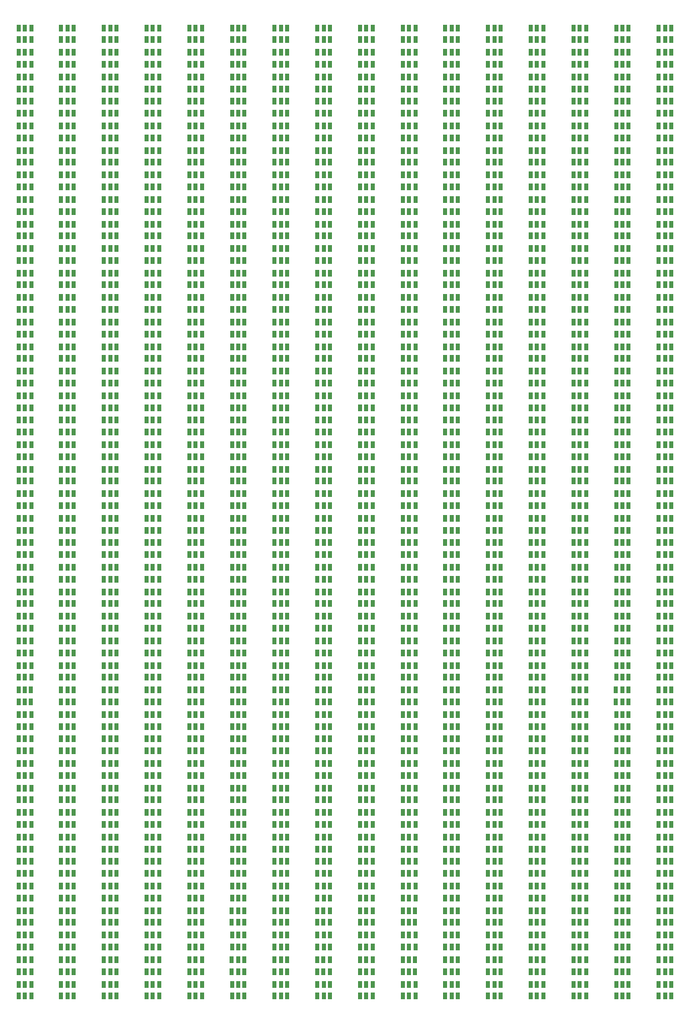
<source format=gbr>
%TF.GenerationSoftware,KiCad,Pcbnew,9.0.3*%
%TF.CreationDate,2025-08-18T15:11:29-04:00*%
%TF.ProjectId,flowstick_led_strip_panel,666c6f77-7374-4696-936b-5f6c65645f73,rev?*%
%TF.SameCoordinates,Original*%
%TF.FileFunction,Paste,Top*%
%TF.FilePolarity,Positive*%
%FSLAX46Y46*%
G04 Gerber Fmt 4.6, Leading zero omitted, Abs format (unit mm)*
G04 Created by KiCad (PCBNEW 9.0.3) date 2025-08-18 15:11:29*
%MOMM*%
%LPD*%
G01*
G04 APERTURE LIST*
%ADD10R,0.500000X0.900000*%
G04 APERTURE END LIST*
D10*
%TO.C,D13*%
X118290000Y-113050000D03*
X117490000Y-113050000D03*
X116690000Y-113050000D03*
X116690000Y-114550000D03*
X117490000Y-114550000D03*
X118290000Y-114550000D03*
%TD*%
%TO.C,D36*%
X118300000Y-41750000D03*
X117500000Y-41750000D03*
X116700000Y-41750000D03*
X116700000Y-43250000D03*
X117500000Y-43250000D03*
X118300000Y-43250000D03*
%TD*%
%TO.C,D71*%
X123700000Y-57250000D03*
X122900000Y-57250000D03*
X122100000Y-57250000D03*
X122100000Y-58750000D03*
X122900000Y-58750000D03*
X123700000Y-58750000D03*
%TD*%
%TO.C,D16*%
X118300000Y-103750000D03*
X117500000Y-103750000D03*
X116700000Y-103750000D03*
X116700000Y-105250000D03*
X117500000Y-105250000D03*
X118300000Y-105250000D03*
%TD*%
%TO.C,D38*%
X118300000Y-35550000D03*
X117500000Y-35550000D03*
X116700000Y-35550000D03*
X116700000Y-37050000D03*
X117500000Y-37050000D03*
X118300000Y-37050000D03*
%TD*%
%TO.C,D31*%
X118300000Y-57250000D03*
X117500000Y-57250000D03*
X116700000Y-57250000D03*
X116700000Y-58750000D03*
X117500000Y-58750000D03*
X118300000Y-58750000D03*
%TD*%
%TO.C,D74*%
X123700000Y-47950000D03*
X122900000Y-47950000D03*
X122100000Y-47950000D03*
X122100000Y-49450000D03*
X122900000Y-49450000D03*
X123700000Y-49450000D03*
%TD*%
%TO.C,D53*%
X123700000Y-113050000D03*
X122900000Y-113050000D03*
X122100000Y-113050000D03*
X122100000Y-114550000D03*
X122900000Y-114550000D03*
X123700000Y-114550000D03*
%TD*%
%TO.C,D41*%
X123700000Y-150250000D03*
X122900000Y-150250000D03*
X122100000Y-150250000D03*
X122100000Y-151750000D03*
X122900000Y-151750000D03*
X123700000Y-151750000D03*
%TD*%
%TO.C,D6*%
X118300000Y-134750000D03*
X117500000Y-134750000D03*
X116700000Y-134750000D03*
X116700000Y-136250000D03*
X117500000Y-136250000D03*
X118300000Y-136250000D03*
%TD*%
%TO.C,D63*%
X123700000Y-82050000D03*
X122900000Y-82050000D03*
X122100000Y-82050000D03*
X122100000Y-83550000D03*
X122900000Y-83550000D03*
X123700000Y-83550000D03*
%TD*%
%TO.C,D15*%
X118300000Y-106850000D03*
X117500000Y-106850000D03*
X116700000Y-106850000D03*
X116700000Y-108350000D03*
X117500000Y-108350000D03*
X118300000Y-108350000D03*
%TD*%
%TO.C,D1*%
X118300000Y-150250000D03*
X117500000Y-150250000D03*
X116700000Y-150250000D03*
X116700000Y-151750000D03*
X117500000Y-151750000D03*
X118300000Y-151750000D03*
%TD*%
%TO.C,D11*%
X118300000Y-119250000D03*
X117500000Y-119250000D03*
X116700000Y-119250000D03*
X116700000Y-120750000D03*
X117500000Y-120750000D03*
X118300000Y-120750000D03*
%TD*%
%TO.C,D58*%
X123700000Y-97550000D03*
X122900000Y-97550000D03*
X122100000Y-97550000D03*
X122100000Y-99050000D03*
X122900000Y-99050000D03*
X123700000Y-99050000D03*
%TD*%
%TO.C,D26*%
X118300000Y-72750000D03*
X117500000Y-72750000D03*
X116700000Y-72750000D03*
X116700000Y-74250000D03*
X117500000Y-74250000D03*
X118300000Y-74250000D03*
%TD*%
%TO.C,D9*%
X118300000Y-125450000D03*
X117500000Y-125450000D03*
X116700000Y-125450000D03*
X116700000Y-126950000D03*
X117500000Y-126950000D03*
X118300000Y-126950000D03*
%TD*%
%TO.C,D62*%
X123700000Y-85150000D03*
X122900000Y-85150000D03*
X122100000Y-85150000D03*
X122100000Y-86650000D03*
X122900000Y-86650000D03*
X123700000Y-86650000D03*
%TD*%
%TO.C,D25*%
X118300000Y-75850000D03*
X117500000Y-75850000D03*
X116700000Y-75850000D03*
X116700000Y-77350000D03*
X117500000Y-77350000D03*
X118300000Y-77350000D03*
%TD*%
%TO.C,D75*%
X123700000Y-44850000D03*
X122900000Y-44850000D03*
X122100000Y-44850000D03*
X122100000Y-46350000D03*
X122900000Y-46350000D03*
X123700000Y-46350000D03*
%TD*%
%TO.C,D22*%
X118300000Y-85150000D03*
X117500000Y-85150000D03*
X116700000Y-85150000D03*
X116700000Y-86650000D03*
X117500000Y-86650000D03*
X118300000Y-86650000D03*
%TD*%
%TO.C,D32*%
X118300000Y-54150000D03*
X117500000Y-54150000D03*
X116700000Y-54150000D03*
X116700000Y-55650000D03*
X117500000Y-55650000D03*
X118300000Y-55650000D03*
%TD*%
%TO.C,D51*%
X123700000Y-119250000D03*
X122900000Y-119250000D03*
X122100000Y-119250000D03*
X122100000Y-120750000D03*
X122900000Y-120750000D03*
X123700000Y-120750000D03*
%TD*%
%TO.C,D70*%
X123700000Y-60350000D03*
X122900000Y-60350000D03*
X122100000Y-60350000D03*
X122100000Y-61850000D03*
X122900000Y-61850000D03*
X123700000Y-61850000D03*
%TD*%
%TO.C,D78*%
X123700000Y-35550000D03*
X122900000Y-35550000D03*
X122100000Y-35550000D03*
X122100000Y-37050000D03*
X122900000Y-37050000D03*
X123700000Y-37050000D03*
%TD*%
%TO.C,D56*%
X123700000Y-103750000D03*
X122900000Y-103750000D03*
X122100000Y-103750000D03*
X122100000Y-105250000D03*
X122900000Y-105250000D03*
X123700000Y-105250000D03*
%TD*%
%TO.C,D7*%
X118300000Y-131650000D03*
X117500000Y-131650000D03*
X116700000Y-131650000D03*
X116700000Y-133150000D03*
X117500000Y-133150000D03*
X118300000Y-133150000D03*
%TD*%
%TO.C,D80*%
X123700000Y-29350000D03*
X122900000Y-29350000D03*
X122100000Y-29350000D03*
X122100000Y-30850000D03*
X122900000Y-30850000D03*
X123700000Y-30850000D03*
%TD*%
%TO.C,D37*%
X118300000Y-38650000D03*
X117500000Y-38650000D03*
X116700000Y-38650000D03*
X116700000Y-40150000D03*
X117500000Y-40150000D03*
X118300000Y-40150000D03*
%TD*%
%TO.C,D48*%
X123700000Y-128550000D03*
X122900000Y-128550000D03*
X122100000Y-128550000D03*
X122100000Y-130050000D03*
X122900000Y-130050000D03*
X123700000Y-130050000D03*
%TD*%
%TO.C,D46*%
X123700000Y-134750000D03*
X122900000Y-134750000D03*
X122100000Y-134750000D03*
X122100000Y-136250000D03*
X122900000Y-136250000D03*
X123700000Y-136250000D03*
%TD*%
%TO.C,D29*%
X118300000Y-63450000D03*
X117500000Y-63450000D03*
X116700000Y-63450000D03*
X116700000Y-64950000D03*
X117500000Y-64950000D03*
X118300000Y-64950000D03*
%TD*%
%TO.C,D10*%
X118300000Y-122350000D03*
X117500000Y-122350000D03*
X116700000Y-122350000D03*
X116700000Y-123850000D03*
X117500000Y-123850000D03*
X118300000Y-123850000D03*
%TD*%
%TO.C,D76*%
X123700000Y-41750000D03*
X122900000Y-41750000D03*
X122100000Y-41750000D03*
X122100000Y-43250000D03*
X122900000Y-43250000D03*
X123700000Y-43250000D03*
%TD*%
%TO.C,D27*%
X118300000Y-69650000D03*
X117500000Y-69650000D03*
X116700000Y-69650000D03*
X116700000Y-71150000D03*
X117500000Y-71150000D03*
X118300000Y-71150000D03*
%TD*%
%TO.C,D64*%
X123700000Y-78950000D03*
X122900000Y-78950000D03*
X122100000Y-78950000D03*
X122100000Y-80450000D03*
X122900000Y-80450000D03*
X123700000Y-80450000D03*
%TD*%
%TO.C,D39*%
X118300000Y-32450000D03*
X117500000Y-32450000D03*
X116700000Y-32450000D03*
X116700000Y-33950000D03*
X117500000Y-33950000D03*
X118300000Y-33950000D03*
%TD*%
%TO.C,D8*%
X118300000Y-128550000D03*
X117500000Y-128550000D03*
X116700000Y-128550000D03*
X116700000Y-130050000D03*
X117500000Y-130050000D03*
X118300000Y-130050000D03*
%TD*%
%TO.C,D65*%
X123700000Y-75850000D03*
X122900000Y-75850000D03*
X122100000Y-75850000D03*
X122100000Y-77350000D03*
X122900000Y-77350000D03*
X123700000Y-77350000D03*
%TD*%
%TO.C,D61*%
X123700000Y-88250000D03*
X122900000Y-88250000D03*
X122100000Y-88250000D03*
X122100000Y-89750000D03*
X122900000Y-89750000D03*
X123700000Y-89750000D03*
%TD*%
%TO.C,D77*%
X123700000Y-38650000D03*
X122900000Y-38650000D03*
X122100000Y-38650000D03*
X122100000Y-40150000D03*
X122900000Y-40150000D03*
X123700000Y-40150000D03*
%TD*%
%TO.C,D50*%
X123700000Y-122350000D03*
X122900000Y-122350000D03*
X122100000Y-122350000D03*
X122100000Y-123850000D03*
X122900000Y-123850000D03*
X123700000Y-123850000D03*
%TD*%
%TO.C,D33*%
X118300000Y-51050000D03*
X117500000Y-51050000D03*
X116700000Y-51050000D03*
X116700000Y-52550000D03*
X117500000Y-52550000D03*
X118300000Y-52550000D03*
%TD*%
%TO.C,D47*%
X123700000Y-131650000D03*
X122900000Y-131650000D03*
X122100000Y-131650000D03*
X122100000Y-133150000D03*
X122900000Y-133150000D03*
X123700000Y-133150000D03*
%TD*%
%TO.C,D18*%
X118300000Y-97550000D03*
X117500000Y-97550000D03*
X116700000Y-97550000D03*
X116700000Y-99050000D03*
X117500000Y-99050000D03*
X118300000Y-99050000D03*
%TD*%
%TO.C,D3*%
X118300000Y-144050000D03*
X117500000Y-144050000D03*
X116700000Y-144050000D03*
X116700000Y-145550000D03*
X117500000Y-145550000D03*
X118300000Y-145550000D03*
%TD*%
%TO.C,D59*%
X123700000Y-94450000D03*
X122900000Y-94450000D03*
X122100000Y-94450000D03*
X122100000Y-95950000D03*
X122900000Y-95950000D03*
X123700000Y-95950000D03*
%TD*%
%TO.C,D67*%
X123700000Y-69650000D03*
X122900000Y-69650000D03*
X122100000Y-69650000D03*
X122100000Y-71150000D03*
X122900000Y-71150000D03*
X123700000Y-71150000D03*
%TD*%
%TO.C,D12*%
X118300000Y-116150000D03*
X117500000Y-116150000D03*
X116700000Y-116150000D03*
X116700000Y-117650000D03*
X117500000Y-117650000D03*
X118300000Y-117650000D03*
%TD*%
%TO.C,D49*%
X123700000Y-125450000D03*
X122900000Y-125450000D03*
X122100000Y-125450000D03*
X122100000Y-126950000D03*
X122900000Y-126950000D03*
X123700000Y-126950000D03*
%TD*%
%TO.C,D68*%
X123700000Y-66550000D03*
X122900000Y-66550000D03*
X122100000Y-66550000D03*
X122100000Y-68050000D03*
X122900000Y-68050000D03*
X123700000Y-68050000D03*
%TD*%
%TO.C,D30*%
X118300000Y-60350000D03*
X117500000Y-60350000D03*
X116700000Y-60350000D03*
X116700000Y-61850000D03*
X117500000Y-61850000D03*
X118300000Y-61850000D03*
%TD*%
%TO.C,D72*%
X123700000Y-54150000D03*
X122900000Y-54150000D03*
X122100000Y-54150000D03*
X122100000Y-55650000D03*
X122900000Y-55650000D03*
X123700000Y-55650000D03*
%TD*%
%TO.C,D69*%
X123700000Y-63450000D03*
X122900000Y-63450000D03*
X122100000Y-63450000D03*
X122100000Y-64950000D03*
X122900000Y-64950000D03*
X123700000Y-64950000D03*
%TD*%
%TO.C,D24*%
X118300000Y-78950000D03*
X117500000Y-78950000D03*
X116700000Y-78950000D03*
X116700000Y-80450000D03*
X117500000Y-80450000D03*
X118300000Y-80450000D03*
%TD*%
%TO.C,D73*%
X123700000Y-51050000D03*
X122900000Y-51050000D03*
X122100000Y-51050000D03*
X122100000Y-52550000D03*
X122900000Y-52550000D03*
X123700000Y-52550000D03*
%TD*%
%TO.C,D57*%
X123700000Y-100650000D03*
X122900000Y-100650000D03*
X122100000Y-100650000D03*
X122100000Y-102150000D03*
X122900000Y-102150000D03*
X123700000Y-102150000D03*
%TD*%
%TO.C,D4*%
X118300000Y-140950000D03*
X117500000Y-140950000D03*
X116700000Y-140950000D03*
X116700000Y-142450000D03*
X117500000Y-142450000D03*
X118300000Y-142450000D03*
%TD*%
%TO.C,D55*%
X123700000Y-106850000D03*
X122900000Y-106850000D03*
X122100000Y-106850000D03*
X122100000Y-108350000D03*
X122900000Y-108350000D03*
X123700000Y-108350000D03*
%TD*%
%TO.C,D17*%
X118300000Y-100650000D03*
X117500000Y-100650000D03*
X116700000Y-100650000D03*
X116700000Y-102150000D03*
X117500000Y-102150000D03*
X118300000Y-102150000D03*
%TD*%
%TO.C,D79*%
X123700000Y-32450000D03*
X122900000Y-32450000D03*
X122100000Y-32450000D03*
X122100000Y-33950000D03*
X122900000Y-33950000D03*
X123700000Y-33950000D03*
%TD*%
%TO.C,D44*%
X123690000Y-140950000D03*
X122890000Y-140950000D03*
X122090000Y-140950000D03*
X122090000Y-142450000D03*
X122890000Y-142450000D03*
X123690000Y-142450000D03*
%TD*%
%TO.C,D2*%
X118300000Y-147150000D03*
X117500000Y-147150000D03*
X116700000Y-147150000D03*
X116700000Y-148650000D03*
X117500000Y-148650000D03*
X118300000Y-148650000D03*
%TD*%
%TO.C,D66*%
X123700000Y-72750000D03*
X122900000Y-72750000D03*
X122100000Y-72750000D03*
X122100000Y-74250000D03*
X122900000Y-74250000D03*
X123700000Y-74250000D03*
%TD*%
%TO.C,D43*%
X123700000Y-144050000D03*
X122900000Y-144050000D03*
X122100000Y-144050000D03*
X122100000Y-145550000D03*
X122900000Y-145550000D03*
X123700000Y-145550000D03*
%TD*%
%TO.C,D45*%
X123700000Y-137850000D03*
X122900000Y-137850000D03*
X122100000Y-137850000D03*
X122100000Y-139350000D03*
X122900000Y-139350000D03*
X123700000Y-139350000D03*
%TD*%
%TO.C,D28*%
X118300000Y-66550000D03*
X117500000Y-66550000D03*
X116700000Y-66550000D03*
X116700000Y-68050000D03*
X117500000Y-68050000D03*
X118300000Y-68050000D03*
%TD*%
%TO.C,D5*%
X118300000Y-137850000D03*
X117500000Y-137850000D03*
X116700000Y-137850000D03*
X116700000Y-139350000D03*
X117500000Y-139350000D03*
X118300000Y-139350000D03*
%TD*%
%TO.C,D34*%
X118300000Y-47950000D03*
X117500000Y-47950000D03*
X116700000Y-47950000D03*
X116700000Y-49450000D03*
X117500000Y-49450000D03*
X118300000Y-49450000D03*
%TD*%
%TO.C,D54*%
X123700000Y-109950000D03*
X122900000Y-109950000D03*
X122100000Y-109950000D03*
X122100000Y-111450000D03*
X122900000Y-111450000D03*
X123700000Y-111450000D03*
%TD*%
%TO.C,D40*%
X118300000Y-29350000D03*
X117500000Y-29350000D03*
X116700000Y-29350000D03*
X116700000Y-30850000D03*
X117500000Y-30850000D03*
X118300000Y-30850000D03*
%TD*%
%TO.C,D35*%
X118300000Y-44850000D03*
X117500000Y-44850000D03*
X116700000Y-44850000D03*
X116700000Y-46350000D03*
X117500000Y-46350000D03*
X118300000Y-46350000D03*
%TD*%
%TO.C,D14*%
X118300000Y-109950000D03*
X117500000Y-109950000D03*
X116700000Y-109950000D03*
X116700000Y-111450000D03*
X117500000Y-111450000D03*
X118300000Y-111450000D03*
%TD*%
%TO.C,D19*%
X118300000Y-94450000D03*
X117500000Y-94450000D03*
X116700000Y-94450000D03*
X116700000Y-95950000D03*
X117500000Y-95950000D03*
X118300000Y-95950000D03*
%TD*%
%TO.C,D42*%
X123690000Y-147150000D03*
X122890000Y-147150000D03*
X122090000Y-147150000D03*
X122090000Y-148650000D03*
X122890000Y-148650000D03*
X123690000Y-148650000D03*
%TD*%
%TO.C,D52*%
X123700000Y-116150000D03*
X122900000Y-116150000D03*
X122100000Y-116150000D03*
X122100000Y-117650000D03*
X122900000Y-117650000D03*
X123700000Y-117650000D03*
%TD*%
%TO.C,D20*%
X118300000Y-91350000D03*
X117500000Y-91350000D03*
X116700000Y-91350000D03*
X116700000Y-92850000D03*
X117500000Y-92850000D03*
X118300000Y-92850000D03*
%TD*%
%TO.C,D21*%
X118300000Y-88250000D03*
X117500000Y-88250000D03*
X116700000Y-88250000D03*
X116700000Y-89750000D03*
X117500000Y-89750000D03*
X118300000Y-89750000D03*
%TD*%
%TO.C,D23*%
X118300000Y-82050000D03*
X117500000Y-82050000D03*
X116700000Y-82050000D03*
X116700000Y-83550000D03*
X117500000Y-83550000D03*
X118300000Y-83550000D03*
%TD*%
%TO.C,D60*%
X123700000Y-91350000D03*
X122900000Y-91350000D03*
X122100000Y-91350000D03*
X122100000Y-92850000D03*
X122900000Y-92850000D03*
X123700000Y-92850000D03*
%TD*%
%TO.C,D49*%
X112900000Y-125450000D03*
X112100000Y-125450000D03*
X111300000Y-125450000D03*
X111300000Y-126950000D03*
X112100000Y-126950000D03*
X112900000Y-126950000D03*
%TD*%
%TO.C,D36*%
X107500000Y-41750000D03*
X106700000Y-41750000D03*
X105900000Y-41750000D03*
X105900000Y-43250000D03*
X106700000Y-43250000D03*
X107500000Y-43250000D03*
%TD*%
%TO.C,D16*%
X107500000Y-103750000D03*
X106700000Y-103750000D03*
X105900000Y-103750000D03*
X105900000Y-105250000D03*
X106700000Y-105250000D03*
X107500000Y-105250000D03*
%TD*%
%TO.C,D38*%
X107500000Y-35550000D03*
X106700000Y-35550000D03*
X105900000Y-35550000D03*
X105900000Y-37050000D03*
X106700000Y-37050000D03*
X107500000Y-37050000D03*
%TD*%
%TO.C,D31*%
X107500000Y-57250000D03*
X106700000Y-57250000D03*
X105900000Y-57250000D03*
X105900000Y-58750000D03*
X106700000Y-58750000D03*
X107500000Y-58750000D03*
%TD*%
%TO.C,D74*%
X112900000Y-47950000D03*
X112100000Y-47950000D03*
X111300000Y-47950000D03*
X111300000Y-49450000D03*
X112100000Y-49450000D03*
X112900000Y-49450000D03*
%TD*%
%TO.C,D41*%
X112900000Y-150250000D03*
X112100000Y-150250000D03*
X111300000Y-150250000D03*
X111300000Y-151750000D03*
X112100000Y-151750000D03*
X112900000Y-151750000D03*
%TD*%
%TO.C,D6*%
X107500000Y-134750000D03*
X106700000Y-134750000D03*
X105900000Y-134750000D03*
X105900000Y-136250000D03*
X106700000Y-136250000D03*
X107500000Y-136250000D03*
%TD*%
%TO.C,D28*%
X107500000Y-66550000D03*
X106700000Y-66550000D03*
X105900000Y-66550000D03*
X105900000Y-68050000D03*
X106700000Y-68050000D03*
X107500000Y-68050000D03*
%TD*%
%TO.C,D4*%
X107500000Y-140950000D03*
X106700000Y-140950000D03*
X105900000Y-140950000D03*
X105900000Y-142450000D03*
X106700000Y-142450000D03*
X107500000Y-142450000D03*
%TD*%
%TO.C,D15*%
X107500000Y-106850000D03*
X106700000Y-106850000D03*
X105900000Y-106850000D03*
X105900000Y-108350000D03*
X106700000Y-108350000D03*
X107500000Y-108350000D03*
%TD*%
%TO.C,D1*%
X107500000Y-150250000D03*
X106700000Y-150250000D03*
X105900000Y-150250000D03*
X105900000Y-151750000D03*
X106700000Y-151750000D03*
X107500000Y-151750000D03*
%TD*%
%TO.C,D11*%
X107500000Y-119250000D03*
X106700000Y-119250000D03*
X105900000Y-119250000D03*
X105900000Y-120750000D03*
X106700000Y-120750000D03*
X107500000Y-120750000D03*
%TD*%
%TO.C,D58*%
X112900000Y-97550000D03*
X112100000Y-97550000D03*
X111300000Y-97550000D03*
X111300000Y-99050000D03*
X112100000Y-99050000D03*
X112900000Y-99050000D03*
%TD*%
%TO.C,D26*%
X107500000Y-72750000D03*
X106700000Y-72750000D03*
X105900000Y-72750000D03*
X105900000Y-74250000D03*
X106700000Y-74250000D03*
X107500000Y-74250000D03*
%TD*%
%TO.C,D9*%
X107500000Y-125450000D03*
X106700000Y-125450000D03*
X105900000Y-125450000D03*
X105900000Y-126950000D03*
X106700000Y-126950000D03*
X107500000Y-126950000D03*
%TD*%
%TO.C,D75*%
X112900000Y-44850000D03*
X112100000Y-44850000D03*
X111300000Y-44850000D03*
X111300000Y-46350000D03*
X112100000Y-46350000D03*
X112900000Y-46350000D03*
%TD*%
%TO.C,D22*%
X107500000Y-85150000D03*
X106700000Y-85150000D03*
X105900000Y-85150000D03*
X105900000Y-86650000D03*
X106700000Y-86650000D03*
X107500000Y-86650000D03*
%TD*%
%TO.C,D32*%
X107500000Y-54150000D03*
X106700000Y-54150000D03*
X105900000Y-54150000D03*
X105900000Y-55650000D03*
X106700000Y-55650000D03*
X107500000Y-55650000D03*
%TD*%
%TO.C,D8*%
X107500000Y-128550000D03*
X106700000Y-128550000D03*
X105900000Y-128550000D03*
X105900000Y-130050000D03*
X106700000Y-130050000D03*
X107500000Y-130050000D03*
%TD*%
%TO.C,D34*%
X107500000Y-47950000D03*
X106700000Y-47950000D03*
X105900000Y-47950000D03*
X105900000Y-49450000D03*
X106700000Y-49450000D03*
X107500000Y-49450000D03*
%TD*%
%TO.C,D78*%
X112900000Y-35550000D03*
X112100000Y-35550000D03*
X111300000Y-35550000D03*
X111300000Y-37050000D03*
X112100000Y-37050000D03*
X112900000Y-37050000D03*
%TD*%
%TO.C,D27*%
X107500000Y-69650000D03*
X106700000Y-69650000D03*
X105900000Y-69650000D03*
X105900000Y-71150000D03*
X106700000Y-71150000D03*
X107500000Y-71150000D03*
%TD*%
%TO.C,D56*%
X112900000Y-103750000D03*
X112100000Y-103750000D03*
X111300000Y-103750000D03*
X111300000Y-105250000D03*
X112100000Y-105250000D03*
X112900000Y-105250000D03*
%TD*%
%TO.C,D66*%
X112900000Y-72750000D03*
X112100000Y-72750000D03*
X111300000Y-72750000D03*
X111300000Y-74250000D03*
X112100000Y-74250000D03*
X112900000Y-74250000D03*
%TD*%
%TO.C,D80*%
X112900000Y-29350000D03*
X112100000Y-29350000D03*
X111300000Y-29350000D03*
X111300000Y-30850000D03*
X112100000Y-30850000D03*
X112900000Y-30850000D03*
%TD*%
%TO.C,D37*%
X107500000Y-38650000D03*
X106700000Y-38650000D03*
X105900000Y-38650000D03*
X105900000Y-40150000D03*
X106700000Y-40150000D03*
X107500000Y-40150000D03*
%TD*%
%TO.C,D25*%
X107500000Y-75850000D03*
X106700000Y-75850000D03*
X105900000Y-75850000D03*
X105900000Y-77350000D03*
X106700000Y-77350000D03*
X107500000Y-77350000D03*
%TD*%
%TO.C,D46*%
X112900000Y-134750000D03*
X112100000Y-134750000D03*
X111300000Y-134750000D03*
X111300000Y-136250000D03*
X112100000Y-136250000D03*
X112900000Y-136250000D03*
%TD*%
%TO.C,D29*%
X107500000Y-63450000D03*
X106700000Y-63450000D03*
X105900000Y-63450000D03*
X105900000Y-64950000D03*
X106700000Y-64950000D03*
X107500000Y-64950000D03*
%TD*%
%TO.C,D63*%
X112900000Y-82050000D03*
X112100000Y-82050000D03*
X111300000Y-82050000D03*
X111300000Y-83550000D03*
X112100000Y-83550000D03*
X112900000Y-83550000D03*
%TD*%
%TO.C,D10*%
X107500000Y-122350000D03*
X106700000Y-122350000D03*
X105900000Y-122350000D03*
X105900000Y-123850000D03*
X106700000Y-123850000D03*
X107500000Y-123850000D03*
%TD*%
%TO.C,D51*%
X112900000Y-119250000D03*
X112100000Y-119250000D03*
X111300000Y-119250000D03*
X111300000Y-120750000D03*
X112100000Y-120750000D03*
X112900000Y-120750000D03*
%TD*%
%TO.C,D7*%
X107500000Y-131650000D03*
X106700000Y-131650000D03*
X105900000Y-131650000D03*
X105900000Y-133150000D03*
X106700000Y-133150000D03*
X107500000Y-133150000D03*
%TD*%
%TO.C,D13*%
X107490000Y-113050000D03*
X106690000Y-113050000D03*
X105890000Y-113050000D03*
X105890000Y-114550000D03*
X106690000Y-114550000D03*
X107490000Y-114550000D03*
%TD*%
%TO.C,D64*%
X112900000Y-78950000D03*
X112100000Y-78950000D03*
X111300000Y-78950000D03*
X111300000Y-80450000D03*
X112100000Y-80450000D03*
X112900000Y-80450000D03*
%TD*%
%TO.C,D60*%
X112900000Y-91350000D03*
X112100000Y-91350000D03*
X111300000Y-91350000D03*
X111300000Y-92850000D03*
X112100000Y-92850000D03*
X112900000Y-92850000D03*
%TD*%
%TO.C,D39*%
X107500000Y-32450000D03*
X106700000Y-32450000D03*
X105900000Y-32450000D03*
X105900000Y-33950000D03*
X106700000Y-33950000D03*
X107500000Y-33950000D03*
%TD*%
%TO.C,D65*%
X112900000Y-75850000D03*
X112100000Y-75850000D03*
X111300000Y-75850000D03*
X111300000Y-77350000D03*
X112100000Y-77350000D03*
X112900000Y-77350000D03*
%TD*%
%TO.C,D61*%
X112900000Y-88250000D03*
X112100000Y-88250000D03*
X111300000Y-88250000D03*
X111300000Y-89750000D03*
X112100000Y-89750000D03*
X112900000Y-89750000D03*
%TD*%
%TO.C,D77*%
X112900000Y-38650000D03*
X112100000Y-38650000D03*
X111300000Y-38650000D03*
X111300000Y-40150000D03*
X112100000Y-40150000D03*
X112900000Y-40150000D03*
%TD*%
%TO.C,D50*%
X112900000Y-122350000D03*
X112100000Y-122350000D03*
X111300000Y-122350000D03*
X111300000Y-123850000D03*
X112100000Y-123850000D03*
X112900000Y-123850000D03*
%TD*%
%TO.C,D33*%
X107500000Y-51050000D03*
X106700000Y-51050000D03*
X105900000Y-51050000D03*
X105900000Y-52550000D03*
X106700000Y-52550000D03*
X107500000Y-52550000D03*
%TD*%
%TO.C,D47*%
X112900000Y-131650000D03*
X112100000Y-131650000D03*
X111300000Y-131650000D03*
X111300000Y-133150000D03*
X112100000Y-133150000D03*
X112900000Y-133150000D03*
%TD*%
%TO.C,D55*%
X112900000Y-106850000D03*
X112100000Y-106850000D03*
X111300000Y-106850000D03*
X111300000Y-108350000D03*
X112100000Y-108350000D03*
X112900000Y-108350000D03*
%TD*%
%TO.C,D18*%
X107500000Y-97550000D03*
X106700000Y-97550000D03*
X105900000Y-97550000D03*
X105900000Y-99050000D03*
X106700000Y-99050000D03*
X107500000Y-99050000D03*
%TD*%
%TO.C,D3*%
X107500000Y-144050000D03*
X106700000Y-144050000D03*
X105900000Y-144050000D03*
X105900000Y-145550000D03*
X106700000Y-145550000D03*
X107500000Y-145550000D03*
%TD*%
%TO.C,D59*%
X112900000Y-94450000D03*
X112100000Y-94450000D03*
X111300000Y-94450000D03*
X111300000Y-95950000D03*
X112100000Y-95950000D03*
X112900000Y-95950000D03*
%TD*%
%TO.C,D67*%
X112900000Y-69650000D03*
X112100000Y-69650000D03*
X111300000Y-69650000D03*
X111300000Y-71150000D03*
X112100000Y-71150000D03*
X112900000Y-71150000D03*
%TD*%
%TO.C,D12*%
X107500000Y-116150000D03*
X106700000Y-116150000D03*
X105900000Y-116150000D03*
X105900000Y-117650000D03*
X106700000Y-117650000D03*
X107500000Y-117650000D03*
%TD*%
%TO.C,D76*%
X112900000Y-41750000D03*
X112100000Y-41750000D03*
X111300000Y-41750000D03*
X111300000Y-43250000D03*
X112100000Y-43250000D03*
X112900000Y-43250000D03*
%TD*%
%TO.C,D68*%
X112900000Y-66550000D03*
X112100000Y-66550000D03*
X111300000Y-66550000D03*
X111300000Y-68050000D03*
X112100000Y-68050000D03*
X112900000Y-68050000D03*
%TD*%
%TO.C,D30*%
X107500000Y-60350000D03*
X106700000Y-60350000D03*
X105900000Y-60350000D03*
X105900000Y-61850000D03*
X106700000Y-61850000D03*
X107500000Y-61850000D03*
%TD*%
%TO.C,D53*%
X112900000Y-113050000D03*
X112100000Y-113050000D03*
X111300000Y-113050000D03*
X111300000Y-114550000D03*
X112100000Y-114550000D03*
X112900000Y-114550000D03*
%TD*%
%TO.C,D72*%
X112900000Y-54150000D03*
X112100000Y-54150000D03*
X111300000Y-54150000D03*
X111300000Y-55650000D03*
X112100000Y-55650000D03*
X112900000Y-55650000D03*
%TD*%
%TO.C,D69*%
X112900000Y-63450000D03*
X112100000Y-63450000D03*
X111300000Y-63450000D03*
X111300000Y-64950000D03*
X112100000Y-64950000D03*
X112900000Y-64950000D03*
%TD*%
%TO.C,D24*%
X107500000Y-78950000D03*
X106700000Y-78950000D03*
X105900000Y-78950000D03*
X105900000Y-80450000D03*
X106700000Y-80450000D03*
X107500000Y-80450000D03*
%TD*%
%TO.C,D2*%
X107500000Y-147150000D03*
X106700000Y-147150000D03*
X105900000Y-147150000D03*
X105900000Y-148650000D03*
X106700000Y-148650000D03*
X107500000Y-148650000D03*
%TD*%
%TO.C,D57*%
X112900000Y-100650000D03*
X112100000Y-100650000D03*
X111300000Y-100650000D03*
X111300000Y-102150000D03*
X112100000Y-102150000D03*
X112900000Y-102150000D03*
%TD*%
%TO.C,D45*%
X112900000Y-137850000D03*
X112100000Y-137850000D03*
X111300000Y-137850000D03*
X111300000Y-139350000D03*
X112100000Y-139350000D03*
X112900000Y-139350000D03*
%TD*%
%TO.C,D17*%
X107500000Y-100650000D03*
X106700000Y-100650000D03*
X105900000Y-100650000D03*
X105900000Y-102150000D03*
X106700000Y-102150000D03*
X107500000Y-102150000D03*
%TD*%
%TO.C,D79*%
X112900000Y-32450000D03*
X112100000Y-32450000D03*
X111300000Y-32450000D03*
X111300000Y-33950000D03*
X112100000Y-33950000D03*
X112900000Y-33950000D03*
%TD*%
%TO.C,D21*%
X107500000Y-88250000D03*
X106700000Y-88250000D03*
X105900000Y-88250000D03*
X105900000Y-89750000D03*
X106700000Y-89750000D03*
X107500000Y-89750000D03*
%TD*%
%TO.C,D43*%
X112900000Y-144050000D03*
X112100000Y-144050000D03*
X111300000Y-144050000D03*
X111300000Y-145550000D03*
X112100000Y-145550000D03*
X112900000Y-145550000D03*
%TD*%
%TO.C,D62*%
X112900000Y-85150000D03*
X112100000Y-85150000D03*
X111300000Y-85150000D03*
X111300000Y-86650000D03*
X112100000Y-86650000D03*
X112900000Y-86650000D03*
%TD*%
%TO.C,D44*%
X112890000Y-140950000D03*
X112090000Y-140950000D03*
X111290000Y-140950000D03*
X111290000Y-142450000D03*
X112090000Y-142450000D03*
X112890000Y-142450000D03*
%TD*%
%TO.C,D5*%
X107500000Y-137850000D03*
X106700000Y-137850000D03*
X105900000Y-137850000D03*
X105900000Y-139350000D03*
X106700000Y-139350000D03*
X107500000Y-139350000D03*
%TD*%
%TO.C,D14*%
X107500000Y-109950000D03*
X106700000Y-109950000D03*
X105900000Y-109950000D03*
X105900000Y-111450000D03*
X106700000Y-111450000D03*
X107500000Y-111450000D03*
%TD*%
%TO.C,D54*%
X112900000Y-109950000D03*
X112100000Y-109950000D03*
X111300000Y-109950000D03*
X111300000Y-111450000D03*
X112100000Y-111450000D03*
X112900000Y-111450000D03*
%TD*%
%TO.C,D40*%
X107500000Y-29350000D03*
X106700000Y-29350000D03*
X105900000Y-29350000D03*
X105900000Y-30850000D03*
X106700000Y-30850000D03*
X107500000Y-30850000D03*
%TD*%
%TO.C,D48*%
X112900000Y-128550000D03*
X112100000Y-128550000D03*
X111300000Y-128550000D03*
X111300000Y-130050000D03*
X112100000Y-130050000D03*
X112900000Y-130050000D03*
%TD*%
%TO.C,D35*%
X107500000Y-44850000D03*
X106700000Y-44850000D03*
X105900000Y-44850000D03*
X105900000Y-46350000D03*
X106700000Y-46350000D03*
X107500000Y-46350000D03*
%TD*%
%TO.C,D19*%
X107500000Y-94450000D03*
X106700000Y-94450000D03*
X105900000Y-94450000D03*
X105900000Y-95950000D03*
X106700000Y-95950000D03*
X107500000Y-95950000D03*
%TD*%
%TO.C,D42*%
X112890000Y-147150000D03*
X112090000Y-147150000D03*
X111290000Y-147150000D03*
X111290000Y-148650000D03*
X112090000Y-148650000D03*
X112890000Y-148650000D03*
%TD*%
%TO.C,D52*%
X112900000Y-116150000D03*
X112100000Y-116150000D03*
X111300000Y-116150000D03*
X111300000Y-117650000D03*
X112100000Y-117650000D03*
X112900000Y-117650000D03*
%TD*%
%TO.C,D70*%
X112900000Y-60350000D03*
X112100000Y-60350000D03*
X111300000Y-60350000D03*
X111300000Y-61850000D03*
X112100000Y-61850000D03*
X112900000Y-61850000D03*
%TD*%
%TO.C,D20*%
X107500000Y-91350000D03*
X106700000Y-91350000D03*
X105900000Y-91350000D03*
X105900000Y-92850000D03*
X106700000Y-92850000D03*
X107500000Y-92850000D03*
%TD*%
%TO.C,D71*%
X112900000Y-57250000D03*
X112100000Y-57250000D03*
X111300000Y-57250000D03*
X111300000Y-58750000D03*
X112100000Y-58750000D03*
X112900000Y-58750000D03*
%TD*%
%TO.C,D23*%
X107500000Y-82050000D03*
X106700000Y-82050000D03*
X105900000Y-82050000D03*
X105900000Y-83550000D03*
X106700000Y-83550000D03*
X107500000Y-83550000D03*
%TD*%
%TO.C,D73*%
X112900000Y-51050000D03*
X112100000Y-51050000D03*
X111300000Y-51050000D03*
X111300000Y-52550000D03*
X112100000Y-52550000D03*
X112900000Y-52550000D03*
%TD*%
%TO.C,D46*%
X102100000Y-134750000D03*
X101300000Y-134750000D03*
X100500000Y-134750000D03*
X100500000Y-136250000D03*
X101300000Y-136250000D03*
X102100000Y-136250000D03*
%TD*%
%TO.C,D36*%
X96700000Y-41750000D03*
X95900000Y-41750000D03*
X95100000Y-41750000D03*
X95100000Y-43250000D03*
X95900000Y-43250000D03*
X96700000Y-43250000D03*
%TD*%
%TO.C,D22*%
X96700000Y-85150000D03*
X95900000Y-85150000D03*
X95100000Y-85150000D03*
X95100000Y-86650000D03*
X95900000Y-86650000D03*
X96700000Y-86650000D03*
%TD*%
%TO.C,D75*%
X102100000Y-44850000D03*
X101300000Y-44850000D03*
X100500000Y-44850000D03*
X100500000Y-46350000D03*
X101300000Y-46350000D03*
X102100000Y-46350000D03*
%TD*%
%TO.C,D16*%
X96700000Y-103750000D03*
X95900000Y-103750000D03*
X95100000Y-103750000D03*
X95100000Y-105250000D03*
X95900000Y-105250000D03*
X96700000Y-105250000D03*
%TD*%
%TO.C,D30*%
X96700000Y-60350000D03*
X95900000Y-60350000D03*
X95100000Y-60350000D03*
X95100000Y-61850000D03*
X95900000Y-61850000D03*
X96700000Y-61850000D03*
%TD*%
%TO.C,D38*%
X96700000Y-35550000D03*
X95900000Y-35550000D03*
X95100000Y-35550000D03*
X95100000Y-37050000D03*
X95900000Y-37050000D03*
X96700000Y-37050000D03*
%TD*%
%TO.C,D2*%
X96700000Y-147150000D03*
X95900000Y-147150000D03*
X95100000Y-147150000D03*
X95100000Y-148650000D03*
X95900000Y-148650000D03*
X96700000Y-148650000D03*
%TD*%
%TO.C,D31*%
X96700000Y-57250000D03*
X95900000Y-57250000D03*
X95100000Y-57250000D03*
X95100000Y-58750000D03*
X95900000Y-58750000D03*
X96700000Y-58750000D03*
%TD*%
%TO.C,D74*%
X102100000Y-47950000D03*
X101300000Y-47950000D03*
X100500000Y-47950000D03*
X100500000Y-49450000D03*
X101300000Y-49450000D03*
X102100000Y-49450000D03*
%TD*%
%TO.C,D41*%
X102100000Y-150250000D03*
X101300000Y-150250000D03*
X100500000Y-150250000D03*
X100500000Y-151750000D03*
X101300000Y-151750000D03*
X102100000Y-151750000D03*
%TD*%
%TO.C,D6*%
X96700000Y-134750000D03*
X95900000Y-134750000D03*
X95100000Y-134750000D03*
X95100000Y-136250000D03*
X95900000Y-136250000D03*
X96700000Y-136250000D03*
%TD*%
%TO.C,D15*%
X96700000Y-106850000D03*
X95900000Y-106850000D03*
X95100000Y-106850000D03*
X95100000Y-108350000D03*
X95900000Y-108350000D03*
X96700000Y-108350000D03*
%TD*%
%TO.C,D1*%
X96700000Y-150250000D03*
X95900000Y-150250000D03*
X95100000Y-150250000D03*
X95100000Y-151750000D03*
X95900000Y-151750000D03*
X96700000Y-151750000D03*
%TD*%
%TO.C,D11*%
X96700000Y-119250000D03*
X95900000Y-119250000D03*
X95100000Y-119250000D03*
X95100000Y-120750000D03*
X95900000Y-120750000D03*
X96700000Y-120750000D03*
%TD*%
%TO.C,D68*%
X102100000Y-66550000D03*
X101300000Y-66550000D03*
X100500000Y-66550000D03*
X100500000Y-68050000D03*
X101300000Y-68050000D03*
X102100000Y-68050000D03*
%TD*%
%TO.C,D58*%
X102100000Y-97550000D03*
X101300000Y-97550000D03*
X100500000Y-97550000D03*
X100500000Y-99050000D03*
X101300000Y-99050000D03*
X102100000Y-99050000D03*
%TD*%
%TO.C,D26*%
X96700000Y-72750000D03*
X95900000Y-72750000D03*
X95100000Y-72750000D03*
X95100000Y-74250000D03*
X95900000Y-74250000D03*
X96700000Y-74250000D03*
%TD*%
%TO.C,D9*%
X96700000Y-125450000D03*
X95900000Y-125450000D03*
X95100000Y-125450000D03*
X95100000Y-126950000D03*
X95900000Y-126950000D03*
X96700000Y-126950000D03*
%TD*%
%TO.C,D56*%
X102100000Y-103750000D03*
X101300000Y-103750000D03*
X100500000Y-103750000D03*
X100500000Y-105250000D03*
X101300000Y-105250000D03*
X102100000Y-105250000D03*
%TD*%
%TO.C,D32*%
X96700000Y-54150000D03*
X95900000Y-54150000D03*
X95100000Y-54150000D03*
X95100000Y-55650000D03*
X95900000Y-55650000D03*
X96700000Y-55650000D03*
%TD*%
%TO.C,D69*%
X102100000Y-63450000D03*
X101300000Y-63450000D03*
X100500000Y-63450000D03*
X100500000Y-64950000D03*
X101300000Y-64950000D03*
X102100000Y-64950000D03*
%TD*%
%TO.C,D72*%
X102100000Y-54150000D03*
X101300000Y-54150000D03*
X100500000Y-54150000D03*
X100500000Y-55650000D03*
X101300000Y-55650000D03*
X102100000Y-55650000D03*
%TD*%
%TO.C,D78*%
X102100000Y-35550000D03*
X101300000Y-35550000D03*
X100500000Y-35550000D03*
X100500000Y-37050000D03*
X101300000Y-37050000D03*
X102100000Y-37050000D03*
%TD*%
%TO.C,D63*%
X102100000Y-82050000D03*
X101300000Y-82050000D03*
X100500000Y-82050000D03*
X100500000Y-83550000D03*
X101300000Y-83550000D03*
X102100000Y-83550000D03*
%TD*%
%TO.C,D80*%
X102100000Y-29350000D03*
X101300000Y-29350000D03*
X100500000Y-29350000D03*
X100500000Y-30850000D03*
X101300000Y-30850000D03*
X102100000Y-30850000D03*
%TD*%
%TO.C,D37*%
X96700000Y-38650000D03*
X95900000Y-38650000D03*
X95100000Y-38650000D03*
X95100000Y-40150000D03*
X95900000Y-40150000D03*
X96700000Y-40150000D03*
%TD*%
%TO.C,D25*%
X96700000Y-75850000D03*
X95900000Y-75850000D03*
X95100000Y-75850000D03*
X95100000Y-77350000D03*
X95900000Y-77350000D03*
X96700000Y-77350000D03*
%TD*%
%TO.C,D43*%
X102100000Y-144050000D03*
X101300000Y-144050000D03*
X100500000Y-144050000D03*
X100500000Y-145550000D03*
X101300000Y-145550000D03*
X102100000Y-145550000D03*
%TD*%
%TO.C,D29*%
X96700000Y-63450000D03*
X95900000Y-63450000D03*
X95100000Y-63450000D03*
X95100000Y-64950000D03*
X95900000Y-64950000D03*
X96700000Y-64950000D03*
%TD*%
%TO.C,D49*%
X102100000Y-125450000D03*
X101300000Y-125450000D03*
X100500000Y-125450000D03*
X100500000Y-126950000D03*
X101300000Y-126950000D03*
X102100000Y-126950000D03*
%TD*%
%TO.C,D10*%
X96700000Y-122350000D03*
X95900000Y-122350000D03*
X95100000Y-122350000D03*
X95100000Y-123850000D03*
X95900000Y-123850000D03*
X96700000Y-123850000D03*
%TD*%
%TO.C,D27*%
X96700000Y-69650000D03*
X95900000Y-69650000D03*
X95100000Y-69650000D03*
X95100000Y-71150000D03*
X95900000Y-71150000D03*
X96700000Y-71150000D03*
%TD*%
%TO.C,D13*%
X96690000Y-113050000D03*
X95890000Y-113050000D03*
X95090000Y-113050000D03*
X95090000Y-114550000D03*
X95890000Y-114550000D03*
X96690000Y-114550000D03*
%TD*%
%TO.C,D64*%
X102100000Y-78950000D03*
X101300000Y-78950000D03*
X100500000Y-78950000D03*
X100500000Y-80450000D03*
X101300000Y-80450000D03*
X102100000Y-80450000D03*
%TD*%
%TO.C,D39*%
X96700000Y-32450000D03*
X95900000Y-32450000D03*
X95100000Y-32450000D03*
X95100000Y-33950000D03*
X95900000Y-33950000D03*
X96700000Y-33950000D03*
%TD*%
%TO.C,D8*%
X96700000Y-128550000D03*
X95900000Y-128550000D03*
X95100000Y-128550000D03*
X95100000Y-130050000D03*
X95900000Y-130050000D03*
X96700000Y-130050000D03*
%TD*%
%TO.C,D65*%
X102100000Y-75850000D03*
X101300000Y-75850000D03*
X100500000Y-75850000D03*
X100500000Y-77350000D03*
X101300000Y-77350000D03*
X102100000Y-77350000D03*
%TD*%
%TO.C,D61*%
X102100000Y-88250000D03*
X101300000Y-88250000D03*
X100500000Y-88250000D03*
X100500000Y-89750000D03*
X101300000Y-89750000D03*
X102100000Y-89750000D03*
%TD*%
%TO.C,D77*%
X102100000Y-38650000D03*
X101300000Y-38650000D03*
X100500000Y-38650000D03*
X100500000Y-40150000D03*
X101300000Y-40150000D03*
X102100000Y-40150000D03*
%TD*%
%TO.C,D50*%
X102100000Y-122350000D03*
X101300000Y-122350000D03*
X100500000Y-122350000D03*
X100500000Y-123850000D03*
X101300000Y-123850000D03*
X102100000Y-123850000D03*
%TD*%
%TO.C,D12*%
X96700000Y-116150000D03*
X95900000Y-116150000D03*
X95100000Y-116150000D03*
X95100000Y-117650000D03*
X95900000Y-117650000D03*
X96700000Y-117650000D03*
%TD*%
%TO.C,D33*%
X96700000Y-51050000D03*
X95900000Y-51050000D03*
X95100000Y-51050000D03*
X95100000Y-52550000D03*
X95900000Y-52550000D03*
X96700000Y-52550000D03*
%TD*%
%TO.C,D47*%
X102100000Y-131650000D03*
X101300000Y-131650000D03*
X100500000Y-131650000D03*
X100500000Y-133150000D03*
X101300000Y-133150000D03*
X102100000Y-133150000D03*
%TD*%
%TO.C,D18*%
X96700000Y-97550000D03*
X95900000Y-97550000D03*
X95100000Y-97550000D03*
X95100000Y-99050000D03*
X95900000Y-99050000D03*
X96700000Y-99050000D03*
%TD*%
%TO.C,D3*%
X96700000Y-144050000D03*
X95900000Y-144050000D03*
X95100000Y-144050000D03*
X95100000Y-145550000D03*
X95900000Y-145550000D03*
X96700000Y-145550000D03*
%TD*%
%TO.C,D59*%
X102100000Y-94450000D03*
X101300000Y-94450000D03*
X100500000Y-94450000D03*
X100500000Y-95950000D03*
X101300000Y-95950000D03*
X102100000Y-95950000D03*
%TD*%
%TO.C,D67*%
X102100000Y-69650000D03*
X101300000Y-69650000D03*
X100500000Y-69650000D03*
X100500000Y-71150000D03*
X101300000Y-71150000D03*
X102100000Y-71150000D03*
%TD*%
%TO.C,D7*%
X96700000Y-131650000D03*
X95900000Y-131650000D03*
X95100000Y-131650000D03*
X95100000Y-133150000D03*
X95900000Y-133150000D03*
X96700000Y-133150000D03*
%TD*%
%TO.C,D76*%
X102100000Y-41750000D03*
X101300000Y-41750000D03*
X100500000Y-41750000D03*
X100500000Y-43250000D03*
X101300000Y-43250000D03*
X102100000Y-43250000D03*
%TD*%
%TO.C,D24*%
X96700000Y-78950000D03*
X95900000Y-78950000D03*
X95100000Y-78950000D03*
X95100000Y-80450000D03*
X95900000Y-80450000D03*
X96700000Y-80450000D03*
%TD*%
%TO.C,D57*%
X102100000Y-100650000D03*
X101300000Y-100650000D03*
X100500000Y-100650000D03*
X100500000Y-102150000D03*
X101300000Y-102150000D03*
X102100000Y-102150000D03*
%TD*%
%TO.C,D17*%
X96700000Y-100650000D03*
X95900000Y-100650000D03*
X95100000Y-100650000D03*
X95100000Y-102150000D03*
X95900000Y-102150000D03*
X96700000Y-102150000D03*
%TD*%
%TO.C,D4*%
X96700000Y-140950000D03*
X95900000Y-140950000D03*
X95100000Y-140950000D03*
X95100000Y-142450000D03*
X95900000Y-142450000D03*
X96700000Y-142450000D03*
%TD*%
%TO.C,D55*%
X102100000Y-106850000D03*
X101300000Y-106850000D03*
X100500000Y-106850000D03*
X100500000Y-108350000D03*
X101300000Y-108350000D03*
X102100000Y-108350000D03*
%TD*%
%TO.C,D79*%
X102100000Y-32450000D03*
X101300000Y-32450000D03*
X100500000Y-32450000D03*
X100500000Y-33950000D03*
X101300000Y-33950000D03*
X102100000Y-33950000D03*
%TD*%
%TO.C,D66*%
X102100000Y-72750000D03*
X101300000Y-72750000D03*
X100500000Y-72750000D03*
X100500000Y-74250000D03*
X101300000Y-74250000D03*
X102100000Y-74250000D03*
%TD*%
%TO.C,D28*%
X96700000Y-66550000D03*
X95900000Y-66550000D03*
X95100000Y-66550000D03*
X95100000Y-68050000D03*
X95900000Y-68050000D03*
X96700000Y-68050000D03*
%TD*%
%TO.C,D53*%
X102100000Y-113050000D03*
X101300000Y-113050000D03*
X100500000Y-113050000D03*
X100500000Y-114550000D03*
X101300000Y-114550000D03*
X102100000Y-114550000D03*
%TD*%
%TO.C,D62*%
X102100000Y-85150000D03*
X101300000Y-85150000D03*
X100500000Y-85150000D03*
X100500000Y-86650000D03*
X101300000Y-86650000D03*
X102100000Y-86650000D03*
%TD*%
%TO.C,D44*%
X102090000Y-140950000D03*
X101290000Y-140950000D03*
X100490000Y-140950000D03*
X100490000Y-142450000D03*
X101290000Y-142450000D03*
X102090000Y-142450000D03*
%TD*%
%TO.C,D21*%
X96700000Y-88250000D03*
X95900000Y-88250000D03*
X95100000Y-88250000D03*
X95100000Y-89750000D03*
X95900000Y-89750000D03*
X96700000Y-89750000D03*
%TD*%
%TO.C,D45*%
X102100000Y-137850000D03*
X101300000Y-137850000D03*
X100500000Y-137850000D03*
X100500000Y-139350000D03*
X101300000Y-139350000D03*
X102100000Y-139350000D03*
%TD*%
%TO.C,D5*%
X96700000Y-137850000D03*
X95900000Y-137850000D03*
X95100000Y-137850000D03*
X95100000Y-139350000D03*
X95900000Y-139350000D03*
X96700000Y-139350000D03*
%TD*%
%TO.C,D34*%
X96700000Y-47950000D03*
X95900000Y-47950000D03*
X95100000Y-47950000D03*
X95100000Y-49450000D03*
X95900000Y-49450000D03*
X96700000Y-49450000D03*
%TD*%
%TO.C,D51*%
X102100000Y-119250000D03*
X101300000Y-119250000D03*
X100500000Y-119250000D03*
X100500000Y-120750000D03*
X101300000Y-120750000D03*
X102100000Y-120750000D03*
%TD*%
%TO.C,D54*%
X102100000Y-109950000D03*
X101300000Y-109950000D03*
X100500000Y-109950000D03*
X100500000Y-111450000D03*
X101300000Y-111450000D03*
X102100000Y-111450000D03*
%TD*%
%TO.C,D40*%
X96700000Y-29350000D03*
X95900000Y-29350000D03*
X95100000Y-29350000D03*
X95100000Y-30850000D03*
X95900000Y-30850000D03*
X96700000Y-30850000D03*
%TD*%
%TO.C,D48*%
X102100000Y-128550000D03*
X101300000Y-128550000D03*
X100500000Y-128550000D03*
X100500000Y-130050000D03*
X101300000Y-130050000D03*
X102100000Y-130050000D03*
%TD*%
%TO.C,D35*%
X96700000Y-44850000D03*
X95900000Y-44850000D03*
X95100000Y-44850000D03*
X95100000Y-46350000D03*
X95900000Y-46350000D03*
X96700000Y-46350000D03*
%TD*%
%TO.C,D14*%
X96700000Y-109950000D03*
X95900000Y-109950000D03*
X95100000Y-109950000D03*
X95100000Y-111450000D03*
X95900000Y-111450000D03*
X96700000Y-111450000D03*
%TD*%
%TO.C,D19*%
X96700000Y-94450000D03*
X95900000Y-94450000D03*
X95100000Y-94450000D03*
X95100000Y-95950000D03*
X95900000Y-95950000D03*
X96700000Y-95950000D03*
%TD*%
%TO.C,D42*%
X102090000Y-147150000D03*
X101290000Y-147150000D03*
X100490000Y-147150000D03*
X100490000Y-148650000D03*
X101290000Y-148650000D03*
X102090000Y-148650000D03*
%TD*%
%TO.C,D52*%
X102100000Y-116150000D03*
X101300000Y-116150000D03*
X100500000Y-116150000D03*
X100500000Y-117650000D03*
X101300000Y-117650000D03*
X102100000Y-117650000D03*
%TD*%
%TO.C,D70*%
X102100000Y-60350000D03*
X101300000Y-60350000D03*
X100500000Y-60350000D03*
X100500000Y-61850000D03*
X101300000Y-61850000D03*
X102100000Y-61850000D03*
%TD*%
%TO.C,D20*%
X96700000Y-91350000D03*
X95900000Y-91350000D03*
X95100000Y-91350000D03*
X95100000Y-92850000D03*
X95900000Y-92850000D03*
X96700000Y-92850000D03*
%TD*%
%TO.C,D71*%
X102100000Y-57250000D03*
X101300000Y-57250000D03*
X100500000Y-57250000D03*
X100500000Y-58750000D03*
X101300000Y-58750000D03*
X102100000Y-58750000D03*
%TD*%
%TO.C,D23*%
X96700000Y-82050000D03*
X95900000Y-82050000D03*
X95100000Y-82050000D03*
X95100000Y-83550000D03*
X95900000Y-83550000D03*
X96700000Y-83550000D03*
%TD*%
%TO.C,D60*%
X102100000Y-91350000D03*
X101300000Y-91350000D03*
X100500000Y-91350000D03*
X100500000Y-92850000D03*
X101300000Y-92850000D03*
X102100000Y-92850000D03*
%TD*%
%TO.C,D73*%
X102100000Y-51050000D03*
X101300000Y-51050000D03*
X100500000Y-51050000D03*
X100500000Y-52550000D03*
X101300000Y-52550000D03*
X102100000Y-52550000D03*
%TD*%
%TO.C,D78*%
X91300000Y-35550000D03*
X90500000Y-35550000D03*
X89700000Y-35550000D03*
X89700000Y-37050000D03*
X90500000Y-37050000D03*
X91300000Y-37050000D03*
%TD*%
%TO.C,D76*%
X91300000Y-41750000D03*
X90500000Y-41750000D03*
X89700000Y-41750000D03*
X89700000Y-43250000D03*
X90500000Y-43250000D03*
X91300000Y-43250000D03*
%TD*%
%TO.C,D36*%
X85900000Y-41750000D03*
X85100000Y-41750000D03*
X84300000Y-41750000D03*
X84300000Y-43250000D03*
X85100000Y-43250000D03*
X85900000Y-43250000D03*
%TD*%
%TO.C,D16*%
X85900000Y-103750000D03*
X85100000Y-103750000D03*
X84300000Y-103750000D03*
X84300000Y-105250000D03*
X85100000Y-105250000D03*
X85900000Y-105250000D03*
%TD*%
%TO.C,D38*%
X85900000Y-35550000D03*
X85100000Y-35550000D03*
X84300000Y-35550000D03*
X84300000Y-37050000D03*
X85100000Y-37050000D03*
X85900000Y-37050000D03*
%TD*%
%TO.C,D31*%
X85900000Y-57250000D03*
X85100000Y-57250000D03*
X84300000Y-57250000D03*
X84300000Y-58750000D03*
X85100000Y-58750000D03*
X85900000Y-58750000D03*
%TD*%
%TO.C,D74*%
X91300000Y-47950000D03*
X90500000Y-47950000D03*
X89700000Y-47950000D03*
X89700000Y-49450000D03*
X90500000Y-49450000D03*
X91300000Y-49450000D03*
%TD*%
%TO.C,D41*%
X91300000Y-150250000D03*
X90500000Y-150250000D03*
X89700000Y-150250000D03*
X89700000Y-151750000D03*
X90500000Y-151750000D03*
X91300000Y-151750000D03*
%TD*%
%TO.C,D19*%
X85900000Y-94450000D03*
X85100000Y-94450000D03*
X84300000Y-94450000D03*
X84300000Y-95950000D03*
X85100000Y-95950000D03*
X85900000Y-95950000D03*
%TD*%
%TO.C,D6*%
X85900000Y-134750000D03*
X85100000Y-134750000D03*
X84300000Y-134750000D03*
X84300000Y-136250000D03*
X85100000Y-136250000D03*
X85900000Y-136250000D03*
%TD*%
%TO.C,D15*%
X85900000Y-106850000D03*
X85100000Y-106850000D03*
X84300000Y-106850000D03*
X84300000Y-108350000D03*
X85100000Y-108350000D03*
X85900000Y-108350000D03*
%TD*%
%TO.C,D1*%
X85900000Y-150250000D03*
X85100000Y-150250000D03*
X84300000Y-150250000D03*
X84300000Y-151750000D03*
X85100000Y-151750000D03*
X85900000Y-151750000D03*
%TD*%
%TO.C,D35*%
X85900000Y-44850000D03*
X85100000Y-44850000D03*
X84300000Y-44850000D03*
X84300000Y-46350000D03*
X85100000Y-46350000D03*
X85900000Y-46350000D03*
%TD*%
%TO.C,D11*%
X85900000Y-119250000D03*
X85100000Y-119250000D03*
X84300000Y-119250000D03*
X84300000Y-120750000D03*
X85100000Y-120750000D03*
X85900000Y-120750000D03*
%TD*%
%TO.C,D58*%
X91300000Y-97550000D03*
X90500000Y-97550000D03*
X89700000Y-97550000D03*
X89700000Y-99050000D03*
X90500000Y-99050000D03*
X91300000Y-99050000D03*
%TD*%
%TO.C,D26*%
X85900000Y-72750000D03*
X85100000Y-72750000D03*
X84300000Y-72750000D03*
X84300000Y-74250000D03*
X85100000Y-74250000D03*
X85900000Y-74250000D03*
%TD*%
%TO.C,D9*%
X85900000Y-125450000D03*
X85100000Y-125450000D03*
X84300000Y-125450000D03*
X84300000Y-126950000D03*
X85100000Y-126950000D03*
X85900000Y-126950000D03*
%TD*%
%TO.C,D75*%
X91300000Y-44850000D03*
X90500000Y-44850000D03*
X89700000Y-44850000D03*
X89700000Y-46350000D03*
X90500000Y-46350000D03*
X91300000Y-46350000D03*
%TD*%
%TO.C,D22*%
X85900000Y-85150000D03*
X85100000Y-85150000D03*
X84300000Y-85150000D03*
X84300000Y-86650000D03*
X85100000Y-86650000D03*
X85900000Y-86650000D03*
%TD*%
%TO.C,D32*%
X85900000Y-54150000D03*
X85100000Y-54150000D03*
X84300000Y-54150000D03*
X84300000Y-55650000D03*
X85100000Y-55650000D03*
X85900000Y-55650000D03*
%TD*%
%TO.C,D28*%
X85900000Y-66550000D03*
X85100000Y-66550000D03*
X84300000Y-66550000D03*
X84300000Y-68050000D03*
X85100000Y-68050000D03*
X85900000Y-68050000D03*
%TD*%
%TO.C,D3*%
X85900000Y-144050000D03*
X85100000Y-144050000D03*
X84300000Y-144050000D03*
X84300000Y-145550000D03*
X85100000Y-145550000D03*
X85900000Y-145550000D03*
%TD*%
%TO.C,D13*%
X85890000Y-113050000D03*
X85090000Y-113050000D03*
X84290000Y-113050000D03*
X84290000Y-114550000D03*
X85090000Y-114550000D03*
X85890000Y-114550000D03*
%TD*%
%TO.C,D59*%
X91300000Y-94450000D03*
X90500000Y-94450000D03*
X89700000Y-94450000D03*
X89700000Y-95950000D03*
X90500000Y-95950000D03*
X91300000Y-95950000D03*
%TD*%
%TO.C,D60*%
X91300000Y-91350000D03*
X90500000Y-91350000D03*
X89700000Y-91350000D03*
X89700000Y-92850000D03*
X90500000Y-92850000D03*
X91300000Y-92850000D03*
%TD*%
%TO.C,D68*%
X91300000Y-66550000D03*
X90500000Y-66550000D03*
X89700000Y-66550000D03*
X89700000Y-68050000D03*
X90500000Y-68050000D03*
X91300000Y-68050000D03*
%TD*%
%TO.C,D56*%
X91300000Y-103750000D03*
X90500000Y-103750000D03*
X89700000Y-103750000D03*
X89700000Y-105250000D03*
X90500000Y-105250000D03*
X91300000Y-105250000D03*
%TD*%
%TO.C,D4*%
X85900000Y-140950000D03*
X85100000Y-140950000D03*
X84300000Y-140950000D03*
X84300000Y-142450000D03*
X85100000Y-142450000D03*
X85900000Y-142450000D03*
%TD*%
%TO.C,D80*%
X91300000Y-29350000D03*
X90500000Y-29350000D03*
X89700000Y-29350000D03*
X89700000Y-30850000D03*
X90500000Y-30850000D03*
X91300000Y-30850000D03*
%TD*%
%TO.C,D37*%
X85900000Y-38650000D03*
X85100000Y-38650000D03*
X84300000Y-38650000D03*
X84300000Y-40150000D03*
X85100000Y-40150000D03*
X85900000Y-40150000D03*
%TD*%
%TO.C,D25*%
X85900000Y-75850000D03*
X85100000Y-75850000D03*
X84300000Y-75850000D03*
X84300000Y-77350000D03*
X85100000Y-77350000D03*
X85900000Y-77350000D03*
%TD*%
%TO.C,D46*%
X91300000Y-134750000D03*
X90500000Y-134750000D03*
X89700000Y-134750000D03*
X89700000Y-136250000D03*
X90500000Y-136250000D03*
X91300000Y-136250000D03*
%TD*%
%TO.C,D71*%
X91300000Y-57250000D03*
X90500000Y-57250000D03*
X89700000Y-57250000D03*
X89700000Y-58750000D03*
X90500000Y-58750000D03*
X91300000Y-58750000D03*
%TD*%
%TO.C,D5*%
X85900000Y-137850000D03*
X85100000Y-137850000D03*
X84300000Y-137850000D03*
X84300000Y-139350000D03*
X85100000Y-139350000D03*
X85900000Y-139350000D03*
%TD*%
%TO.C,D7*%
X85900000Y-131650000D03*
X85100000Y-131650000D03*
X84300000Y-131650000D03*
X84300000Y-133150000D03*
X85100000Y-133150000D03*
X85900000Y-133150000D03*
%TD*%
%TO.C,D29*%
X85900000Y-63450000D03*
X85100000Y-63450000D03*
X84300000Y-63450000D03*
X84300000Y-64950000D03*
X85100000Y-64950000D03*
X85900000Y-64950000D03*
%TD*%
%TO.C,D10*%
X85900000Y-122350000D03*
X85100000Y-122350000D03*
X84300000Y-122350000D03*
X84300000Y-123850000D03*
X85100000Y-123850000D03*
X85900000Y-123850000D03*
%TD*%
%TO.C,D72*%
X91300000Y-54150000D03*
X90500000Y-54150000D03*
X89700000Y-54150000D03*
X89700000Y-55650000D03*
X90500000Y-55650000D03*
X91300000Y-55650000D03*
%TD*%
%TO.C,D27*%
X85900000Y-69650000D03*
X85100000Y-69650000D03*
X84300000Y-69650000D03*
X84300000Y-71150000D03*
X85100000Y-71150000D03*
X85900000Y-71150000D03*
%TD*%
%TO.C,D43*%
X91300000Y-144050000D03*
X90500000Y-144050000D03*
X89700000Y-144050000D03*
X89700000Y-145550000D03*
X90500000Y-145550000D03*
X91300000Y-145550000D03*
%TD*%
%TO.C,D64*%
X91300000Y-78950000D03*
X90500000Y-78950000D03*
X89700000Y-78950000D03*
X89700000Y-80450000D03*
X90500000Y-80450000D03*
X91300000Y-80450000D03*
%TD*%
%TO.C,D39*%
X85900000Y-32450000D03*
X85100000Y-32450000D03*
X84300000Y-32450000D03*
X84300000Y-33950000D03*
X85100000Y-33950000D03*
X85900000Y-33950000D03*
%TD*%
%TO.C,D8*%
X85900000Y-128550000D03*
X85100000Y-128550000D03*
X84300000Y-128550000D03*
X84300000Y-130050000D03*
X85100000Y-130050000D03*
X85900000Y-130050000D03*
%TD*%
%TO.C,D65*%
X91300000Y-75850000D03*
X90500000Y-75850000D03*
X89700000Y-75850000D03*
X89700000Y-77350000D03*
X90500000Y-77350000D03*
X91300000Y-77350000D03*
%TD*%
%TO.C,D61*%
X91300000Y-88250000D03*
X90500000Y-88250000D03*
X89700000Y-88250000D03*
X89700000Y-89750000D03*
X90500000Y-89750000D03*
X91300000Y-89750000D03*
%TD*%
%TO.C,D77*%
X91300000Y-38650000D03*
X90500000Y-38650000D03*
X89700000Y-38650000D03*
X89700000Y-40150000D03*
X90500000Y-40150000D03*
X91300000Y-40150000D03*
%TD*%
%TO.C,D50*%
X91300000Y-122350000D03*
X90500000Y-122350000D03*
X89700000Y-122350000D03*
X89700000Y-123850000D03*
X90500000Y-123850000D03*
X91300000Y-123850000D03*
%TD*%
%TO.C,D33*%
X85900000Y-51050000D03*
X85100000Y-51050000D03*
X84300000Y-51050000D03*
X84300000Y-52550000D03*
X85100000Y-52550000D03*
X85900000Y-52550000D03*
%TD*%
%TO.C,D47*%
X91300000Y-131650000D03*
X90500000Y-131650000D03*
X89700000Y-131650000D03*
X89700000Y-133150000D03*
X90500000Y-133150000D03*
X91300000Y-133150000D03*
%TD*%
%TO.C,D18*%
X85900000Y-97550000D03*
X85100000Y-97550000D03*
X84300000Y-97550000D03*
X84300000Y-99050000D03*
X85100000Y-99050000D03*
X85900000Y-99050000D03*
%TD*%
%TO.C,D67*%
X91300000Y-69650000D03*
X90500000Y-69650000D03*
X89700000Y-69650000D03*
X89700000Y-71150000D03*
X90500000Y-71150000D03*
X91300000Y-71150000D03*
%TD*%
%TO.C,D12*%
X85900000Y-116150000D03*
X85100000Y-116150000D03*
X84300000Y-116150000D03*
X84300000Y-117650000D03*
X85100000Y-117650000D03*
X85900000Y-117650000D03*
%TD*%
%TO.C,D30*%
X85900000Y-60350000D03*
X85100000Y-60350000D03*
X84300000Y-60350000D03*
X84300000Y-61850000D03*
X85100000Y-61850000D03*
X85900000Y-61850000D03*
%TD*%
%TO.C,D69*%
X91300000Y-63450000D03*
X90500000Y-63450000D03*
X89700000Y-63450000D03*
X89700000Y-64950000D03*
X90500000Y-64950000D03*
X91300000Y-64950000D03*
%TD*%
%TO.C,D66*%
X91300000Y-72750000D03*
X90500000Y-72750000D03*
X89700000Y-72750000D03*
X89700000Y-74250000D03*
X90500000Y-74250000D03*
X91300000Y-74250000D03*
%TD*%
%TO.C,D24*%
X85900000Y-78950000D03*
X85100000Y-78950000D03*
X84300000Y-78950000D03*
X84300000Y-80450000D03*
X85100000Y-80450000D03*
X85900000Y-80450000D03*
%TD*%
%TO.C,D57*%
X91300000Y-100650000D03*
X90500000Y-100650000D03*
X89700000Y-100650000D03*
X89700000Y-102150000D03*
X90500000Y-102150000D03*
X91300000Y-102150000D03*
%TD*%
%TO.C,D55*%
X91300000Y-106850000D03*
X90500000Y-106850000D03*
X89700000Y-106850000D03*
X89700000Y-108350000D03*
X90500000Y-108350000D03*
X91300000Y-108350000D03*
%TD*%
%TO.C,D17*%
X85900000Y-100650000D03*
X85100000Y-100650000D03*
X84300000Y-100650000D03*
X84300000Y-102150000D03*
X85100000Y-102150000D03*
X85900000Y-102150000D03*
%TD*%
%TO.C,D23*%
X85900000Y-82050000D03*
X85100000Y-82050000D03*
X84300000Y-82050000D03*
X84300000Y-83550000D03*
X85100000Y-83550000D03*
X85900000Y-83550000D03*
%TD*%
%TO.C,D79*%
X91300000Y-32450000D03*
X90500000Y-32450000D03*
X89700000Y-32450000D03*
X89700000Y-33950000D03*
X90500000Y-33950000D03*
X91300000Y-33950000D03*
%TD*%
%TO.C,D48*%
X91300000Y-128550000D03*
X90500000Y-128550000D03*
X89700000Y-128550000D03*
X89700000Y-130050000D03*
X90500000Y-130050000D03*
X91300000Y-130050000D03*
%TD*%
%TO.C,D2*%
X85900000Y-147150000D03*
X85100000Y-147150000D03*
X84300000Y-147150000D03*
X84300000Y-148650000D03*
X85100000Y-148650000D03*
X85900000Y-148650000D03*
%TD*%
%TO.C,D53*%
X91300000Y-113050000D03*
X90500000Y-113050000D03*
X89700000Y-113050000D03*
X89700000Y-114550000D03*
X90500000Y-114550000D03*
X91300000Y-114550000D03*
%TD*%
%TO.C,D62*%
X91300000Y-85150000D03*
X90500000Y-85150000D03*
X89700000Y-85150000D03*
X89700000Y-86650000D03*
X90500000Y-86650000D03*
X91300000Y-86650000D03*
%TD*%
%TO.C,D44*%
X91290000Y-140950000D03*
X90490000Y-140950000D03*
X89690000Y-140950000D03*
X89690000Y-142450000D03*
X90490000Y-142450000D03*
X91290000Y-142450000D03*
%TD*%
%TO.C,D45*%
X91300000Y-137850000D03*
X90500000Y-137850000D03*
X89700000Y-137850000D03*
X89700000Y-139350000D03*
X90500000Y-139350000D03*
X91300000Y-139350000D03*
%TD*%
%TO.C,D34*%
X85900000Y-47950000D03*
X85100000Y-47950000D03*
X84300000Y-47950000D03*
X84300000Y-49450000D03*
X85100000Y-49450000D03*
X85900000Y-49450000D03*
%TD*%
%TO.C,D51*%
X91300000Y-119250000D03*
X90500000Y-119250000D03*
X89700000Y-119250000D03*
X89700000Y-120750000D03*
X90500000Y-120750000D03*
X91300000Y-120750000D03*
%TD*%
%TO.C,D54*%
X91300000Y-109950000D03*
X90500000Y-109950000D03*
X89700000Y-109950000D03*
X89700000Y-111450000D03*
X90500000Y-111450000D03*
X91300000Y-111450000D03*
%TD*%
%TO.C,D40*%
X85900000Y-29350000D03*
X85100000Y-29350000D03*
X84300000Y-29350000D03*
X84300000Y-30850000D03*
X85100000Y-30850000D03*
X85900000Y-30850000D03*
%TD*%
%TO.C,D14*%
X85900000Y-109950000D03*
X85100000Y-109950000D03*
X84300000Y-109950000D03*
X84300000Y-111450000D03*
X85100000Y-111450000D03*
X85900000Y-111450000D03*
%TD*%
%TO.C,D42*%
X91290000Y-147150000D03*
X90490000Y-147150000D03*
X89690000Y-147150000D03*
X89690000Y-148650000D03*
X90490000Y-148650000D03*
X91290000Y-148650000D03*
%TD*%
%TO.C,D52*%
X91300000Y-116150000D03*
X90500000Y-116150000D03*
X89700000Y-116150000D03*
X89700000Y-117650000D03*
X90500000Y-117650000D03*
X91300000Y-117650000D03*
%TD*%
%TO.C,D70*%
X91300000Y-60350000D03*
X90500000Y-60350000D03*
X89700000Y-60350000D03*
X89700000Y-61850000D03*
X90500000Y-61850000D03*
X91300000Y-61850000D03*
%TD*%
%TO.C,D20*%
X85900000Y-91350000D03*
X85100000Y-91350000D03*
X84300000Y-91350000D03*
X84300000Y-92850000D03*
X85100000Y-92850000D03*
X85900000Y-92850000D03*
%TD*%
%TO.C,D63*%
X91300000Y-82050000D03*
X90500000Y-82050000D03*
X89700000Y-82050000D03*
X89700000Y-83550000D03*
X90500000Y-83550000D03*
X91300000Y-83550000D03*
%TD*%
%TO.C,D21*%
X85900000Y-88250000D03*
X85100000Y-88250000D03*
X84300000Y-88250000D03*
X84300000Y-89750000D03*
X85100000Y-89750000D03*
X85900000Y-89750000D03*
%TD*%
%TO.C,D49*%
X91300000Y-125450000D03*
X90500000Y-125450000D03*
X89700000Y-125450000D03*
X89700000Y-126950000D03*
X90500000Y-126950000D03*
X91300000Y-126950000D03*
%TD*%
%TO.C,D73*%
X91300000Y-51050000D03*
X90500000Y-51050000D03*
X89700000Y-51050000D03*
X89700000Y-52550000D03*
X90500000Y-52550000D03*
X91300000Y-52550000D03*
%TD*%
%TO.C,D36*%
X75100000Y-41750000D03*
X74300000Y-41750000D03*
X73500000Y-41750000D03*
X73500000Y-43250000D03*
X74300000Y-43250000D03*
X75100000Y-43250000D03*
%TD*%
%TO.C,D16*%
X75100000Y-103750000D03*
X74300000Y-103750000D03*
X73500000Y-103750000D03*
X73500000Y-105250000D03*
X74300000Y-105250000D03*
X75100000Y-105250000D03*
%TD*%
%TO.C,D38*%
X75100000Y-35550000D03*
X74300000Y-35550000D03*
X73500000Y-35550000D03*
X73500000Y-37050000D03*
X74300000Y-37050000D03*
X75100000Y-37050000D03*
%TD*%
%TO.C,D31*%
X75100000Y-57250000D03*
X74300000Y-57250000D03*
X73500000Y-57250000D03*
X73500000Y-58750000D03*
X74300000Y-58750000D03*
X75100000Y-58750000D03*
%TD*%
%TO.C,D74*%
X80500000Y-47950000D03*
X79700000Y-47950000D03*
X78900000Y-47950000D03*
X78900000Y-49450000D03*
X79700000Y-49450000D03*
X80500000Y-49450000D03*
%TD*%
%TO.C,D41*%
X80500000Y-150250000D03*
X79700000Y-150250000D03*
X78900000Y-150250000D03*
X78900000Y-151750000D03*
X79700000Y-151750000D03*
X80500000Y-151750000D03*
%TD*%
%TO.C,D6*%
X75100000Y-134750000D03*
X74300000Y-134750000D03*
X73500000Y-134750000D03*
X73500000Y-136250000D03*
X74300000Y-136250000D03*
X75100000Y-136250000D03*
%TD*%
%TO.C,D15*%
X75100000Y-106850000D03*
X74300000Y-106850000D03*
X73500000Y-106850000D03*
X73500000Y-108350000D03*
X74300000Y-108350000D03*
X75100000Y-108350000D03*
%TD*%
%TO.C,D1*%
X75100000Y-150250000D03*
X74300000Y-150250000D03*
X73500000Y-150250000D03*
X73500000Y-151750000D03*
X74300000Y-151750000D03*
X75100000Y-151750000D03*
%TD*%
%TO.C,D11*%
X75100000Y-119250000D03*
X74300000Y-119250000D03*
X73500000Y-119250000D03*
X73500000Y-120750000D03*
X74300000Y-120750000D03*
X75100000Y-120750000D03*
%TD*%
%TO.C,D58*%
X80500000Y-97550000D03*
X79700000Y-97550000D03*
X78900000Y-97550000D03*
X78900000Y-99050000D03*
X79700000Y-99050000D03*
X80500000Y-99050000D03*
%TD*%
%TO.C,D26*%
X75100000Y-72750000D03*
X74300000Y-72750000D03*
X73500000Y-72750000D03*
X73500000Y-74250000D03*
X74300000Y-74250000D03*
X75100000Y-74250000D03*
%TD*%
%TO.C,D9*%
X75100000Y-125450000D03*
X74300000Y-125450000D03*
X73500000Y-125450000D03*
X73500000Y-126950000D03*
X74300000Y-126950000D03*
X75100000Y-126950000D03*
%TD*%
%TO.C,D75*%
X80500000Y-44850000D03*
X79700000Y-44850000D03*
X78900000Y-44850000D03*
X78900000Y-46350000D03*
X79700000Y-46350000D03*
X80500000Y-46350000D03*
%TD*%
%TO.C,D22*%
X75100000Y-85150000D03*
X74300000Y-85150000D03*
X73500000Y-85150000D03*
X73500000Y-86650000D03*
X74300000Y-86650000D03*
X75100000Y-86650000D03*
%TD*%
%TO.C,D78*%
X80500000Y-35550000D03*
X79700000Y-35550000D03*
X78900000Y-35550000D03*
X78900000Y-37050000D03*
X79700000Y-37050000D03*
X80500000Y-37050000D03*
%TD*%
%TO.C,D32*%
X75100000Y-54150000D03*
X74300000Y-54150000D03*
X73500000Y-54150000D03*
X73500000Y-55650000D03*
X74300000Y-55650000D03*
X75100000Y-55650000D03*
%TD*%
%TO.C,D23*%
X75100000Y-82050000D03*
X74300000Y-82050000D03*
X73500000Y-82050000D03*
X73500000Y-83550000D03*
X74300000Y-83550000D03*
X75100000Y-83550000D03*
%TD*%
%TO.C,D47*%
X80500000Y-131650000D03*
X79700000Y-131650000D03*
X78900000Y-131650000D03*
X78900000Y-133150000D03*
X79700000Y-133150000D03*
X80500000Y-133150000D03*
%TD*%
%TO.C,D2*%
X75100000Y-147150000D03*
X74300000Y-147150000D03*
X73500000Y-147150000D03*
X73500000Y-148650000D03*
X74300000Y-148650000D03*
X75100000Y-148650000D03*
%TD*%
%TO.C,D27*%
X75100000Y-69650000D03*
X74300000Y-69650000D03*
X73500000Y-69650000D03*
X73500000Y-71150000D03*
X74300000Y-71150000D03*
X75100000Y-71150000D03*
%TD*%
%TO.C,D42*%
X80490000Y-147150000D03*
X79690000Y-147150000D03*
X78890000Y-147150000D03*
X78890000Y-148650000D03*
X79690000Y-148650000D03*
X80490000Y-148650000D03*
%TD*%
%TO.C,D56*%
X80500000Y-103750000D03*
X79700000Y-103750000D03*
X78900000Y-103750000D03*
X78900000Y-105250000D03*
X79700000Y-105250000D03*
X80500000Y-105250000D03*
%TD*%
%TO.C,D80*%
X80500000Y-29350000D03*
X79700000Y-29350000D03*
X78900000Y-29350000D03*
X78900000Y-30850000D03*
X79700000Y-30850000D03*
X80500000Y-30850000D03*
%TD*%
%TO.C,D37*%
X75100000Y-38650000D03*
X74300000Y-38650000D03*
X73500000Y-38650000D03*
X73500000Y-40150000D03*
X74300000Y-40150000D03*
X75100000Y-40150000D03*
%TD*%
%TO.C,D7*%
X75100000Y-131650000D03*
X74300000Y-131650000D03*
X73500000Y-131650000D03*
X73500000Y-133150000D03*
X74300000Y-133150000D03*
X75100000Y-133150000D03*
%TD*%
%TO.C,D25*%
X75100000Y-75850000D03*
X74300000Y-75850000D03*
X73500000Y-75850000D03*
X73500000Y-77350000D03*
X74300000Y-77350000D03*
X75100000Y-77350000D03*
%TD*%
%TO.C,D52*%
X80500000Y-116150000D03*
X79700000Y-116150000D03*
X78900000Y-116150000D03*
X78900000Y-117650000D03*
X79700000Y-117650000D03*
X80500000Y-117650000D03*
%TD*%
%TO.C,D46*%
X80500000Y-134750000D03*
X79700000Y-134750000D03*
X78900000Y-134750000D03*
X78900000Y-136250000D03*
X79700000Y-136250000D03*
X80500000Y-136250000D03*
%TD*%
%TO.C,D45*%
X80500000Y-137850000D03*
X79700000Y-137850000D03*
X78900000Y-137850000D03*
X78900000Y-139350000D03*
X79700000Y-139350000D03*
X80500000Y-139350000D03*
%TD*%
%TO.C,D24*%
X75100000Y-78950000D03*
X74300000Y-78950000D03*
X73500000Y-78950000D03*
X73500000Y-80450000D03*
X74300000Y-80450000D03*
X75100000Y-80450000D03*
%TD*%
%TO.C,D55*%
X80500000Y-106850000D03*
X79700000Y-106850000D03*
X78900000Y-106850000D03*
X78900000Y-108350000D03*
X79700000Y-108350000D03*
X80500000Y-108350000D03*
%TD*%
%TO.C,D29*%
X75100000Y-63450000D03*
X74300000Y-63450000D03*
X73500000Y-63450000D03*
X73500000Y-64950000D03*
X74300000Y-64950000D03*
X75100000Y-64950000D03*
%TD*%
%TO.C,D10*%
X75100000Y-122350000D03*
X74300000Y-122350000D03*
X73500000Y-122350000D03*
X73500000Y-123850000D03*
X74300000Y-123850000D03*
X75100000Y-123850000D03*
%TD*%
%TO.C,D13*%
X75090000Y-113050000D03*
X74290000Y-113050000D03*
X73490000Y-113050000D03*
X73490000Y-114550000D03*
X74290000Y-114550000D03*
X75090000Y-114550000D03*
%TD*%
%TO.C,D68*%
X80500000Y-66550000D03*
X79700000Y-66550000D03*
X78900000Y-66550000D03*
X78900000Y-68050000D03*
X79700000Y-68050000D03*
X80500000Y-68050000D03*
%TD*%
%TO.C,D64*%
X80500000Y-78950000D03*
X79700000Y-78950000D03*
X78900000Y-78950000D03*
X78900000Y-80450000D03*
X79700000Y-80450000D03*
X80500000Y-80450000D03*
%TD*%
%TO.C,D39*%
X75100000Y-32450000D03*
X74300000Y-32450000D03*
X73500000Y-32450000D03*
X73500000Y-33950000D03*
X74300000Y-33950000D03*
X75100000Y-33950000D03*
%TD*%
%TO.C,D8*%
X75100000Y-128550000D03*
X74300000Y-128550000D03*
X73500000Y-128550000D03*
X73500000Y-130050000D03*
X74300000Y-130050000D03*
X75100000Y-130050000D03*
%TD*%
%TO.C,D65*%
X80500000Y-75850000D03*
X79700000Y-75850000D03*
X78900000Y-75850000D03*
X78900000Y-77350000D03*
X79700000Y-77350000D03*
X80500000Y-77350000D03*
%TD*%
%TO.C,D61*%
X80500000Y-88250000D03*
X79700000Y-88250000D03*
X78900000Y-88250000D03*
X78900000Y-89750000D03*
X79700000Y-89750000D03*
X80500000Y-89750000D03*
%TD*%
%TO.C,D66*%
X80500000Y-72750000D03*
X79700000Y-72750000D03*
X78900000Y-72750000D03*
X78900000Y-74250000D03*
X79700000Y-74250000D03*
X80500000Y-74250000D03*
%TD*%
%TO.C,D77*%
X80500000Y-38650000D03*
X79700000Y-38650000D03*
X78900000Y-38650000D03*
X78900000Y-40150000D03*
X79700000Y-40150000D03*
X80500000Y-40150000D03*
%TD*%
%TO.C,D62*%
X80500000Y-85150000D03*
X79700000Y-85150000D03*
X78900000Y-85150000D03*
X78900000Y-86650000D03*
X79700000Y-86650000D03*
X80500000Y-86650000D03*
%TD*%
%TO.C,D50*%
X80500000Y-122350000D03*
X79700000Y-122350000D03*
X78900000Y-122350000D03*
X78900000Y-123850000D03*
X79700000Y-123850000D03*
X80500000Y-123850000D03*
%TD*%
%TO.C,D33*%
X75100000Y-51050000D03*
X74300000Y-51050000D03*
X73500000Y-51050000D03*
X73500000Y-52550000D03*
X74300000Y-52550000D03*
X75100000Y-52550000D03*
%TD*%
%TO.C,D18*%
X75100000Y-97550000D03*
X74300000Y-97550000D03*
X73500000Y-97550000D03*
X73500000Y-99050000D03*
X74300000Y-99050000D03*
X75100000Y-99050000D03*
%TD*%
%TO.C,D3*%
X75100000Y-144050000D03*
X74300000Y-144050000D03*
X73500000Y-144050000D03*
X73500000Y-145550000D03*
X74300000Y-145550000D03*
X75100000Y-145550000D03*
%TD*%
%TO.C,D79*%
X80500000Y-32450000D03*
X79700000Y-32450000D03*
X78900000Y-32450000D03*
X78900000Y-33950000D03*
X79700000Y-33950000D03*
X80500000Y-33950000D03*
%TD*%
%TO.C,D59*%
X80500000Y-94450000D03*
X79700000Y-94450000D03*
X78900000Y-94450000D03*
X78900000Y-95950000D03*
X79700000Y-95950000D03*
X80500000Y-95950000D03*
%TD*%
%TO.C,D67*%
X80500000Y-69650000D03*
X79700000Y-69650000D03*
X78900000Y-69650000D03*
X78900000Y-71150000D03*
X79700000Y-71150000D03*
X80500000Y-71150000D03*
%TD*%
%TO.C,D12*%
X75100000Y-116150000D03*
X74300000Y-116150000D03*
X73500000Y-116150000D03*
X73500000Y-117650000D03*
X74300000Y-117650000D03*
X75100000Y-117650000D03*
%TD*%
%TO.C,D76*%
X80500000Y-41750000D03*
X79700000Y-41750000D03*
X78900000Y-41750000D03*
X78900000Y-43250000D03*
X79700000Y-43250000D03*
X80500000Y-43250000D03*
%TD*%
%TO.C,D34*%
X75100000Y-47950000D03*
X74300000Y-47950000D03*
X73500000Y-47950000D03*
X73500000Y-49450000D03*
X74300000Y-49450000D03*
X75100000Y-49450000D03*
%TD*%
%TO.C,D30*%
X75100000Y-60350000D03*
X74300000Y-60350000D03*
X73500000Y-60350000D03*
X73500000Y-61850000D03*
X74300000Y-61850000D03*
X75100000Y-61850000D03*
%TD*%
%TO.C,D72*%
X80500000Y-54150000D03*
X79700000Y-54150000D03*
X78900000Y-54150000D03*
X78900000Y-55650000D03*
X79700000Y-55650000D03*
X80500000Y-55650000D03*
%TD*%
%TO.C,D69*%
X80500000Y-63450000D03*
X79700000Y-63450000D03*
X78900000Y-63450000D03*
X78900000Y-64950000D03*
X79700000Y-64950000D03*
X80500000Y-64950000D03*
%TD*%
%TO.C,D44*%
X80490000Y-140950000D03*
X79690000Y-140950000D03*
X78890000Y-140950000D03*
X78890000Y-142450000D03*
X79690000Y-142450000D03*
X80490000Y-142450000D03*
%TD*%
%TO.C,D57*%
X80500000Y-100650000D03*
X79700000Y-100650000D03*
X78900000Y-100650000D03*
X78900000Y-102150000D03*
X79700000Y-102150000D03*
X80500000Y-102150000D03*
%TD*%
%TO.C,D4*%
X75100000Y-140950000D03*
X74300000Y-140950000D03*
X73500000Y-140950000D03*
X73500000Y-142450000D03*
X74300000Y-142450000D03*
X75100000Y-142450000D03*
%TD*%
%TO.C,D17*%
X75100000Y-100650000D03*
X74300000Y-100650000D03*
X73500000Y-100650000D03*
X73500000Y-102150000D03*
X74300000Y-102150000D03*
X75100000Y-102150000D03*
%TD*%
%TO.C,D43*%
X80500000Y-144050000D03*
X79700000Y-144050000D03*
X78900000Y-144050000D03*
X78900000Y-145550000D03*
X79700000Y-145550000D03*
X80500000Y-145550000D03*
%TD*%
%TO.C,D54*%
X80500000Y-109950000D03*
X79700000Y-109950000D03*
X78900000Y-109950000D03*
X78900000Y-111450000D03*
X79700000Y-111450000D03*
X80500000Y-111450000D03*
%TD*%
%TO.C,D20*%
X75100000Y-91350000D03*
X74300000Y-91350000D03*
X73500000Y-91350000D03*
X73500000Y-92850000D03*
X74300000Y-92850000D03*
X75100000Y-92850000D03*
%TD*%
%TO.C,D28*%
X75100000Y-66550000D03*
X74300000Y-66550000D03*
X73500000Y-66550000D03*
X73500000Y-68050000D03*
X74300000Y-68050000D03*
X75100000Y-68050000D03*
%TD*%
%TO.C,D53*%
X80500000Y-113050000D03*
X79700000Y-113050000D03*
X78900000Y-113050000D03*
X78900000Y-114550000D03*
X79700000Y-114550000D03*
X80500000Y-114550000D03*
%TD*%
%TO.C,D5*%
X75100000Y-137850000D03*
X74300000Y-137850000D03*
X73500000Y-137850000D03*
X73500000Y-139350000D03*
X74300000Y-139350000D03*
X75100000Y-139350000D03*
%TD*%
%TO.C,D51*%
X80500000Y-119250000D03*
X79700000Y-119250000D03*
X78900000Y-119250000D03*
X78900000Y-120750000D03*
X79700000Y-120750000D03*
X80500000Y-120750000D03*
%TD*%
%TO.C,D35*%
X75100000Y-44850000D03*
X74300000Y-44850000D03*
X73500000Y-44850000D03*
X73500000Y-46350000D03*
X74300000Y-46350000D03*
X75100000Y-46350000D03*
%TD*%
%TO.C,D40*%
X75100000Y-29350000D03*
X74300000Y-29350000D03*
X73500000Y-29350000D03*
X73500000Y-30850000D03*
X74300000Y-30850000D03*
X75100000Y-30850000D03*
%TD*%
%TO.C,D48*%
X80500000Y-128550000D03*
X79700000Y-128550000D03*
X78900000Y-128550000D03*
X78900000Y-130050000D03*
X79700000Y-130050000D03*
X80500000Y-130050000D03*
%TD*%
%TO.C,D14*%
X75100000Y-109950000D03*
X74300000Y-109950000D03*
X73500000Y-109950000D03*
X73500000Y-111450000D03*
X74300000Y-111450000D03*
X75100000Y-111450000D03*
%TD*%
%TO.C,D19*%
X75100000Y-94450000D03*
X74300000Y-94450000D03*
X73500000Y-94450000D03*
X73500000Y-95950000D03*
X74300000Y-95950000D03*
X75100000Y-95950000D03*
%TD*%
%TO.C,D70*%
X80500000Y-60350000D03*
X79700000Y-60350000D03*
X78900000Y-60350000D03*
X78900000Y-61850000D03*
X79700000Y-61850000D03*
X80500000Y-61850000D03*
%TD*%
%TO.C,D63*%
X80500000Y-82050000D03*
X79700000Y-82050000D03*
X78900000Y-82050000D03*
X78900000Y-83550000D03*
X79700000Y-83550000D03*
X80500000Y-83550000D03*
%TD*%
%TO.C,D21*%
X75100000Y-88250000D03*
X74300000Y-88250000D03*
X73500000Y-88250000D03*
X73500000Y-89750000D03*
X74300000Y-89750000D03*
X75100000Y-89750000D03*
%TD*%
%TO.C,D71*%
X80500000Y-57250000D03*
X79700000Y-57250000D03*
X78900000Y-57250000D03*
X78900000Y-58750000D03*
X79700000Y-58750000D03*
X80500000Y-58750000D03*
%TD*%
%TO.C,D49*%
X80500000Y-125450000D03*
X79700000Y-125450000D03*
X78900000Y-125450000D03*
X78900000Y-126950000D03*
X79700000Y-126950000D03*
X80500000Y-126950000D03*
%TD*%
%TO.C,D60*%
X80500000Y-91350000D03*
X79700000Y-91350000D03*
X78900000Y-91350000D03*
X78900000Y-92850000D03*
X79700000Y-92850000D03*
X80500000Y-92850000D03*
%TD*%
%TO.C,D73*%
X80500000Y-51050000D03*
X79700000Y-51050000D03*
X78900000Y-51050000D03*
X78900000Y-52550000D03*
X79700000Y-52550000D03*
X80500000Y-52550000D03*
%TD*%
%TO.C,D43*%
X69700000Y-144050000D03*
X68900000Y-144050000D03*
X68100000Y-144050000D03*
X68100000Y-145550000D03*
X68900000Y-145550000D03*
X69700000Y-145550000D03*
%TD*%
%TO.C,D3*%
X64300000Y-144050000D03*
X63500000Y-144050000D03*
X62700000Y-144050000D03*
X62700000Y-145550000D03*
X63500000Y-145550000D03*
X64300000Y-145550000D03*
%TD*%
%TO.C,D24*%
X64300000Y-78950000D03*
X63500000Y-78950000D03*
X62700000Y-78950000D03*
X62700000Y-80450000D03*
X63500000Y-80450000D03*
X64300000Y-80450000D03*
%TD*%
%TO.C,D49*%
X69700000Y-125450000D03*
X68900000Y-125450000D03*
X68100000Y-125450000D03*
X68100000Y-126950000D03*
X68900000Y-126950000D03*
X69700000Y-126950000D03*
%TD*%
%TO.C,D36*%
X64300000Y-41750000D03*
X63500000Y-41750000D03*
X62700000Y-41750000D03*
X62700000Y-43250000D03*
X63500000Y-43250000D03*
X64300000Y-43250000D03*
%TD*%
%TO.C,D2*%
X64300000Y-147150000D03*
X63500000Y-147150000D03*
X62700000Y-147150000D03*
X62700000Y-148650000D03*
X63500000Y-148650000D03*
X64300000Y-148650000D03*
%TD*%
%TO.C,D16*%
X64300000Y-103750000D03*
X63500000Y-103750000D03*
X62700000Y-103750000D03*
X62700000Y-105250000D03*
X63500000Y-105250000D03*
X64300000Y-105250000D03*
%TD*%
%TO.C,D38*%
X64300000Y-35550000D03*
X63500000Y-35550000D03*
X62700000Y-35550000D03*
X62700000Y-37050000D03*
X63500000Y-37050000D03*
X64300000Y-37050000D03*
%TD*%
%TO.C,D28*%
X64300000Y-66550000D03*
X63500000Y-66550000D03*
X62700000Y-66550000D03*
X62700000Y-68050000D03*
X63500000Y-68050000D03*
X64300000Y-68050000D03*
%TD*%
%TO.C,D31*%
X64300000Y-57250000D03*
X63500000Y-57250000D03*
X62700000Y-57250000D03*
X62700000Y-58750000D03*
X63500000Y-58750000D03*
X64300000Y-58750000D03*
%TD*%
%TO.C,D65*%
X69700000Y-75850000D03*
X68900000Y-75850000D03*
X68100000Y-75850000D03*
X68100000Y-77350000D03*
X68900000Y-77350000D03*
X69700000Y-77350000D03*
%TD*%
%TO.C,D74*%
X69700000Y-47950000D03*
X68900000Y-47950000D03*
X68100000Y-47950000D03*
X68100000Y-49450000D03*
X68900000Y-49450000D03*
X69700000Y-49450000D03*
%TD*%
%TO.C,D41*%
X69700000Y-150250000D03*
X68900000Y-150250000D03*
X68100000Y-150250000D03*
X68100000Y-151750000D03*
X68900000Y-151750000D03*
X69700000Y-151750000D03*
%TD*%
%TO.C,D6*%
X64300000Y-134750000D03*
X63500000Y-134750000D03*
X62700000Y-134750000D03*
X62700000Y-136250000D03*
X63500000Y-136250000D03*
X64300000Y-136250000D03*
%TD*%
%TO.C,D15*%
X64300000Y-106850000D03*
X63500000Y-106850000D03*
X62700000Y-106850000D03*
X62700000Y-108350000D03*
X63500000Y-108350000D03*
X64300000Y-108350000D03*
%TD*%
%TO.C,D1*%
X64300000Y-150250000D03*
X63500000Y-150250000D03*
X62700000Y-150250000D03*
X62700000Y-151750000D03*
X63500000Y-151750000D03*
X64300000Y-151750000D03*
%TD*%
%TO.C,D11*%
X64300000Y-119250000D03*
X63500000Y-119250000D03*
X62700000Y-119250000D03*
X62700000Y-120750000D03*
X63500000Y-120750000D03*
X64300000Y-120750000D03*
%TD*%
%TO.C,D21*%
X64300000Y-88250000D03*
X63500000Y-88250000D03*
X62700000Y-88250000D03*
X62700000Y-89750000D03*
X63500000Y-89750000D03*
X64300000Y-89750000D03*
%TD*%
%TO.C,D58*%
X69700000Y-97550000D03*
X68900000Y-97550000D03*
X68100000Y-97550000D03*
X68100000Y-99050000D03*
X68900000Y-99050000D03*
X69700000Y-99050000D03*
%TD*%
%TO.C,D26*%
X64300000Y-72750000D03*
X63500000Y-72750000D03*
X62700000Y-72750000D03*
X62700000Y-74250000D03*
X63500000Y-74250000D03*
X64300000Y-74250000D03*
%TD*%
%TO.C,D9*%
X64300000Y-125450000D03*
X63500000Y-125450000D03*
X62700000Y-125450000D03*
X62700000Y-126950000D03*
X63500000Y-126950000D03*
X64300000Y-126950000D03*
%TD*%
%TO.C,D60*%
X69700000Y-91350000D03*
X68900000Y-91350000D03*
X68100000Y-91350000D03*
X68100000Y-92850000D03*
X68900000Y-92850000D03*
X69700000Y-92850000D03*
%TD*%
%TO.C,D75*%
X69700000Y-44850000D03*
X68900000Y-44850000D03*
X68100000Y-44850000D03*
X68100000Y-46350000D03*
X68900000Y-46350000D03*
X69700000Y-46350000D03*
%TD*%
%TO.C,D22*%
X64300000Y-85150000D03*
X63500000Y-85150000D03*
X62700000Y-85150000D03*
X62700000Y-86650000D03*
X63500000Y-86650000D03*
X64300000Y-86650000D03*
%TD*%
%TO.C,D32*%
X64300000Y-54150000D03*
X63500000Y-54150000D03*
X62700000Y-54150000D03*
X62700000Y-55650000D03*
X63500000Y-55650000D03*
X64300000Y-55650000D03*
%TD*%
%TO.C,D5*%
X64300000Y-137850000D03*
X63500000Y-137850000D03*
X62700000Y-137850000D03*
X62700000Y-139350000D03*
X63500000Y-139350000D03*
X64300000Y-139350000D03*
%TD*%
%TO.C,D4*%
X64300000Y-140950000D03*
X63500000Y-140950000D03*
X62700000Y-140950000D03*
X62700000Y-142450000D03*
X63500000Y-142450000D03*
X64300000Y-142450000D03*
%TD*%
%TO.C,D78*%
X69700000Y-35550000D03*
X68900000Y-35550000D03*
X68100000Y-35550000D03*
X68100000Y-37050000D03*
X68900000Y-37050000D03*
X69700000Y-37050000D03*
%TD*%
%TO.C,D56*%
X69700000Y-103750000D03*
X68900000Y-103750000D03*
X68100000Y-103750000D03*
X68100000Y-105250000D03*
X68900000Y-105250000D03*
X69700000Y-105250000D03*
%TD*%
%TO.C,D80*%
X69700000Y-29350000D03*
X68900000Y-29350000D03*
X68100000Y-29350000D03*
X68100000Y-30850000D03*
X68900000Y-30850000D03*
X69700000Y-30850000D03*
%TD*%
%TO.C,D37*%
X64300000Y-38650000D03*
X63500000Y-38650000D03*
X62700000Y-38650000D03*
X62700000Y-40150000D03*
X63500000Y-40150000D03*
X64300000Y-40150000D03*
%TD*%
%TO.C,D25*%
X64300000Y-75850000D03*
X63500000Y-75850000D03*
X62700000Y-75850000D03*
X62700000Y-77350000D03*
X63500000Y-77350000D03*
X64300000Y-77350000D03*
%TD*%
%TO.C,D47*%
X69700000Y-131650000D03*
X68900000Y-131650000D03*
X68100000Y-131650000D03*
X68100000Y-133150000D03*
X68900000Y-133150000D03*
X69700000Y-133150000D03*
%TD*%
%TO.C,D46*%
X69700000Y-134750000D03*
X68900000Y-134750000D03*
X68100000Y-134750000D03*
X68100000Y-136250000D03*
X68900000Y-136250000D03*
X69700000Y-136250000D03*
%TD*%
%TO.C,D29*%
X64300000Y-63450000D03*
X63500000Y-63450000D03*
X62700000Y-63450000D03*
X62700000Y-64950000D03*
X63500000Y-64950000D03*
X64300000Y-64950000D03*
%TD*%
%TO.C,D10*%
X64300000Y-122350000D03*
X63500000Y-122350000D03*
X62700000Y-122350000D03*
X62700000Y-123850000D03*
X63500000Y-123850000D03*
X64300000Y-123850000D03*
%TD*%
%TO.C,D27*%
X64300000Y-69650000D03*
X63500000Y-69650000D03*
X62700000Y-69650000D03*
X62700000Y-71150000D03*
X63500000Y-71150000D03*
X64300000Y-71150000D03*
%TD*%
%TO.C,D59*%
X69700000Y-94450000D03*
X68900000Y-94450000D03*
X68100000Y-94450000D03*
X68100000Y-95950000D03*
X68900000Y-95950000D03*
X69700000Y-95950000D03*
%TD*%
%TO.C,D50*%
X69700000Y-122350000D03*
X68900000Y-122350000D03*
X68100000Y-122350000D03*
X68100000Y-123850000D03*
X68900000Y-123850000D03*
X69700000Y-123850000D03*
%TD*%
%TO.C,D13*%
X64290000Y-113050000D03*
X63490000Y-113050000D03*
X62690000Y-113050000D03*
X62690000Y-114550000D03*
X63490000Y-114550000D03*
X64290000Y-114550000D03*
%TD*%
%TO.C,D64*%
X69700000Y-78950000D03*
X68900000Y-78950000D03*
X68100000Y-78950000D03*
X68100000Y-80450000D03*
X68900000Y-80450000D03*
X69700000Y-80450000D03*
%TD*%
%TO.C,D39*%
X64300000Y-32450000D03*
X63500000Y-32450000D03*
X62700000Y-32450000D03*
X62700000Y-33950000D03*
X63500000Y-33950000D03*
X64300000Y-33950000D03*
%TD*%
%TO.C,D8*%
X64300000Y-128550000D03*
X63500000Y-128550000D03*
X62700000Y-128550000D03*
X62700000Y-130050000D03*
X63500000Y-130050000D03*
X64300000Y-130050000D03*
%TD*%
%TO.C,D61*%
X69700000Y-88250000D03*
X68900000Y-88250000D03*
X68100000Y-88250000D03*
X68100000Y-89750000D03*
X68900000Y-89750000D03*
X69700000Y-89750000D03*
%TD*%
%TO.C,D77*%
X69700000Y-38650000D03*
X68900000Y-38650000D03*
X68100000Y-38650000D03*
X68100000Y-40150000D03*
X68900000Y-40150000D03*
X69700000Y-40150000D03*
%TD*%
%TO.C,D33*%
X64300000Y-51050000D03*
X63500000Y-51050000D03*
X62700000Y-51050000D03*
X62700000Y-52550000D03*
X63500000Y-52550000D03*
X64300000Y-52550000D03*
%TD*%
%TO.C,D18*%
X64300000Y-97550000D03*
X63500000Y-97550000D03*
X62700000Y-97550000D03*
X62700000Y-99050000D03*
X63500000Y-99050000D03*
X64300000Y-99050000D03*
%TD*%
%TO.C,D67*%
X69700000Y-69650000D03*
X68900000Y-69650000D03*
X68100000Y-69650000D03*
X68100000Y-71150000D03*
X68900000Y-71150000D03*
X69700000Y-71150000D03*
%TD*%
%TO.C,D7*%
X64300000Y-131650000D03*
X63500000Y-131650000D03*
X62700000Y-131650000D03*
X62700000Y-133150000D03*
X63500000Y-133150000D03*
X64300000Y-133150000D03*
%TD*%
%TO.C,D12*%
X64300000Y-116150000D03*
X63500000Y-116150000D03*
X62700000Y-116150000D03*
X62700000Y-117650000D03*
X63500000Y-117650000D03*
X64300000Y-117650000D03*
%TD*%
%TO.C,D76*%
X69700000Y-41750000D03*
X68900000Y-41750000D03*
X68100000Y-41750000D03*
X68100000Y-43250000D03*
X68900000Y-43250000D03*
X69700000Y-43250000D03*
%TD*%
%TO.C,D68*%
X69700000Y-66550000D03*
X68900000Y-66550000D03*
X68100000Y-66550000D03*
X68100000Y-68050000D03*
X68900000Y-68050000D03*
X69700000Y-68050000D03*
%TD*%
%TO.C,D30*%
X64300000Y-60350000D03*
X63500000Y-60350000D03*
X62700000Y-60350000D03*
X62700000Y-61850000D03*
X63500000Y-61850000D03*
X64300000Y-61850000D03*
%TD*%
%TO.C,D72*%
X69700000Y-54150000D03*
X68900000Y-54150000D03*
X68100000Y-54150000D03*
X68100000Y-55650000D03*
X68900000Y-55650000D03*
X69700000Y-55650000D03*
%TD*%
%TO.C,D69*%
X69700000Y-63450000D03*
X68900000Y-63450000D03*
X68100000Y-63450000D03*
X68100000Y-64950000D03*
X68900000Y-64950000D03*
X69700000Y-64950000D03*
%TD*%
%TO.C,D57*%
X69700000Y-100650000D03*
X68900000Y-100650000D03*
X68100000Y-100650000D03*
X68100000Y-102150000D03*
X68900000Y-102150000D03*
X69700000Y-102150000D03*
%TD*%
%TO.C,D55*%
X69700000Y-106850000D03*
X68900000Y-106850000D03*
X68100000Y-106850000D03*
X68100000Y-108350000D03*
X68900000Y-108350000D03*
X69700000Y-108350000D03*
%TD*%
%TO.C,D17*%
X64300000Y-100650000D03*
X63500000Y-100650000D03*
X62700000Y-100650000D03*
X62700000Y-102150000D03*
X63500000Y-102150000D03*
X64300000Y-102150000D03*
%TD*%
%TO.C,D79*%
X69700000Y-32450000D03*
X68900000Y-32450000D03*
X68100000Y-32450000D03*
X68100000Y-33950000D03*
X68900000Y-33950000D03*
X69700000Y-33950000D03*
%TD*%
%TO.C,D66*%
X69700000Y-72750000D03*
X68900000Y-72750000D03*
X68100000Y-72750000D03*
X68100000Y-74250000D03*
X68900000Y-74250000D03*
X69700000Y-74250000D03*
%TD*%
%TO.C,D44*%
X69690000Y-140950000D03*
X68890000Y-140950000D03*
X68090000Y-140950000D03*
X68090000Y-142450000D03*
X68890000Y-142450000D03*
X69690000Y-142450000D03*
%TD*%
%TO.C,D71*%
X69700000Y-57250000D03*
X68900000Y-57250000D03*
X68100000Y-57250000D03*
X68100000Y-58750000D03*
X68900000Y-58750000D03*
X69700000Y-58750000D03*
%TD*%
%TO.C,D53*%
X69700000Y-113050000D03*
X68900000Y-113050000D03*
X68100000Y-113050000D03*
X68100000Y-114550000D03*
X68900000Y-114550000D03*
X69700000Y-114550000D03*
%TD*%
%TO.C,D62*%
X69700000Y-85150000D03*
X68900000Y-85150000D03*
X68100000Y-85150000D03*
X68100000Y-86650000D03*
X68900000Y-86650000D03*
X69700000Y-86650000D03*
%TD*%
%TO.C,D45*%
X69700000Y-137850000D03*
X68900000Y-137850000D03*
X68100000Y-137850000D03*
X68100000Y-139350000D03*
X68900000Y-139350000D03*
X69700000Y-139350000D03*
%TD*%
%TO.C,D34*%
X64300000Y-47950000D03*
X63500000Y-47950000D03*
X62700000Y-47950000D03*
X62700000Y-49450000D03*
X63500000Y-49450000D03*
X64300000Y-49450000D03*
%TD*%
%TO.C,D51*%
X69700000Y-119250000D03*
X68900000Y-119250000D03*
X68100000Y-119250000D03*
X68100000Y-120750000D03*
X68900000Y-120750000D03*
X69700000Y-120750000D03*
%TD*%
%TO.C,D54*%
X69700000Y-109950000D03*
X68900000Y-109950000D03*
X68100000Y-109950000D03*
X68100000Y-111450000D03*
X68900000Y-111450000D03*
X69700000Y-111450000D03*
%TD*%
%TO.C,D40*%
X64300000Y-29350000D03*
X63500000Y-29350000D03*
X62700000Y-29350000D03*
X62700000Y-30850000D03*
X63500000Y-30850000D03*
X64300000Y-30850000D03*
%TD*%
%TO.C,D48*%
X69700000Y-128550000D03*
X68900000Y-128550000D03*
X68100000Y-128550000D03*
X68100000Y-130050000D03*
X68900000Y-130050000D03*
X69700000Y-130050000D03*
%TD*%
%TO.C,D35*%
X64300000Y-44850000D03*
X63500000Y-44850000D03*
X62700000Y-44850000D03*
X62700000Y-46350000D03*
X63500000Y-46350000D03*
X64300000Y-46350000D03*
%TD*%
%TO.C,D19*%
X64300000Y-94450000D03*
X63500000Y-94450000D03*
X62700000Y-94450000D03*
X62700000Y-95950000D03*
X63500000Y-95950000D03*
X64300000Y-95950000D03*
%TD*%
%TO.C,D14*%
X64300000Y-109950000D03*
X63500000Y-109950000D03*
X62700000Y-109950000D03*
X62700000Y-111450000D03*
X63500000Y-111450000D03*
X64300000Y-111450000D03*
%TD*%
%TO.C,D42*%
X69690000Y-147150000D03*
X68890000Y-147150000D03*
X68090000Y-147150000D03*
X68090000Y-148650000D03*
X68890000Y-148650000D03*
X69690000Y-148650000D03*
%TD*%
%TO.C,D52*%
X69700000Y-116150000D03*
X68900000Y-116150000D03*
X68100000Y-116150000D03*
X68100000Y-117650000D03*
X68900000Y-117650000D03*
X69700000Y-117650000D03*
%TD*%
%TO.C,D70*%
X69700000Y-60350000D03*
X68900000Y-60350000D03*
X68100000Y-60350000D03*
X68100000Y-61850000D03*
X68900000Y-61850000D03*
X69700000Y-61850000D03*
%TD*%
%TO.C,D20*%
X64300000Y-91350000D03*
X63500000Y-91350000D03*
X62700000Y-91350000D03*
X62700000Y-92850000D03*
X63500000Y-92850000D03*
X64300000Y-92850000D03*
%TD*%
%TO.C,D63*%
X69700000Y-82050000D03*
X68900000Y-82050000D03*
X68100000Y-82050000D03*
X68100000Y-83550000D03*
X68900000Y-83550000D03*
X69700000Y-83550000D03*
%TD*%
%TO.C,D23*%
X64300000Y-82050000D03*
X63500000Y-82050000D03*
X62700000Y-82050000D03*
X62700000Y-83550000D03*
X63500000Y-83550000D03*
X64300000Y-83550000D03*
%TD*%
%TO.C,D73*%
X69700000Y-51050000D03*
X68900000Y-51050000D03*
X68100000Y-51050000D03*
X68100000Y-52550000D03*
X68900000Y-52550000D03*
X69700000Y-52550000D03*
%TD*%
%TO.C,D36*%
X53500000Y-41750000D03*
X52700000Y-41750000D03*
X51900000Y-41750000D03*
X51900000Y-43250000D03*
X52700000Y-43250000D03*
X53500000Y-43250000D03*
%TD*%
%TO.C,D16*%
X53500000Y-103750000D03*
X52700000Y-103750000D03*
X51900000Y-103750000D03*
X51900000Y-105250000D03*
X52700000Y-105250000D03*
X53500000Y-105250000D03*
%TD*%
%TO.C,D38*%
X53500000Y-35550000D03*
X52700000Y-35550000D03*
X51900000Y-35550000D03*
X51900000Y-37050000D03*
X52700000Y-37050000D03*
X53500000Y-37050000D03*
%TD*%
%TO.C,D31*%
X53500000Y-57250000D03*
X52700000Y-57250000D03*
X51900000Y-57250000D03*
X51900000Y-58750000D03*
X52700000Y-58750000D03*
X53500000Y-58750000D03*
%TD*%
%TO.C,D74*%
X58900000Y-47950000D03*
X58100000Y-47950000D03*
X57300000Y-47950000D03*
X57300000Y-49450000D03*
X58100000Y-49450000D03*
X58900000Y-49450000D03*
%TD*%
%TO.C,D41*%
X58900000Y-150250000D03*
X58100000Y-150250000D03*
X57300000Y-150250000D03*
X57300000Y-151750000D03*
X58100000Y-151750000D03*
X58900000Y-151750000D03*
%TD*%
%TO.C,D6*%
X53500000Y-134750000D03*
X52700000Y-134750000D03*
X51900000Y-134750000D03*
X51900000Y-136250000D03*
X52700000Y-136250000D03*
X53500000Y-136250000D03*
%TD*%
%TO.C,D15*%
X53500000Y-106850000D03*
X52700000Y-106850000D03*
X51900000Y-106850000D03*
X51900000Y-108350000D03*
X52700000Y-108350000D03*
X53500000Y-108350000D03*
%TD*%
%TO.C,D1*%
X53500000Y-150250000D03*
X52700000Y-150250000D03*
X51900000Y-150250000D03*
X51900000Y-151750000D03*
X52700000Y-151750000D03*
X53500000Y-151750000D03*
%TD*%
%TO.C,D46*%
X58900000Y-134750000D03*
X58100000Y-134750000D03*
X57300000Y-134750000D03*
X57300000Y-136250000D03*
X58100000Y-136250000D03*
X58900000Y-136250000D03*
%TD*%
%TO.C,D11*%
X53500000Y-119250000D03*
X52700000Y-119250000D03*
X51900000Y-119250000D03*
X51900000Y-120750000D03*
X52700000Y-120750000D03*
X53500000Y-120750000D03*
%TD*%
%TO.C,D58*%
X58900000Y-97550000D03*
X58100000Y-97550000D03*
X57300000Y-97550000D03*
X57300000Y-99050000D03*
X58100000Y-99050000D03*
X58900000Y-99050000D03*
%TD*%
%TO.C,D26*%
X53500000Y-72750000D03*
X52700000Y-72750000D03*
X51900000Y-72750000D03*
X51900000Y-74250000D03*
X52700000Y-74250000D03*
X53500000Y-74250000D03*
%TD*%
%TO.C,D9*%
X53500000Y-125450000D03*
X52700000Y-125450000D03*
X51900000Y-125450000D03*
X51900000Y-126950000D03*
X52700000Y-126950000D03*
X53500000Y-126950000D03*
%TD*%
%TO.C,D45*%
X58900000Y-137850000D03*
X58100000Y-137850000D03*
X57300000Y-137850000D03*
X57300000Y-139350000D03*
X58100000Y-139350000D03*
X58900000Y-139350000D03*
%TD*%
%TO.C,D75*%
X58900000Y-44850000D03*
X58100000Y-44850000D03*
X57300000Y-44850000D03*
X57300000Y-46350000D03*
X58100000Y-46350000D03*
X58900000Y-46350000D03*
%TD*%
%TO.C,D22*%
X53500000Y-85150000D03*
X52700000Y-85150000D03*
X51900000Y-85150000D03*
X51900000Y-86650000D03*
X52700000Y-86650000D03*
X53500000Y-86650000D03*
%TD*%
%TO.C,D32*%
X53500000Y-54150000D03*
X52700000Y-54150000D03*
X51900000Y-54150000D03*
X51900000Y-55650000D03*
X52700000Y-55650000D03*
X53500000Y-55650000D03*
%TD*%
%TO.C,D27*%
X53500000Y-69650000D03*
X52700000Y-69650000D03*
X51900000Y-69650000D03*
X51900000Y-71150000D03*
X52700000Y-71150000D03*
X53500000Y-71150000D03*
%TD*%
%TO.C,D50*%
X58900000Y-122350000D03*
X58100000Y-122350000D03*
X57300000Y-122350000D03*
X57300000Y-123850000D03*
X58100000Y-123850000D03*
X58900000Y-123850000D03*
%TD*%
%TO.C,D78*%
X58900000Y-35550000D03*
X58100000Y-35550000D03*
X57300000Y-35550000D03*
X57300000Y-37050000D03*
X58100000Y-37050000D03*
X58900000Y-37050000D03*
%TD*%
%TO.C,D62*%
X58900000Y-85150000D03*
X58100000Y-85150000D03*
X57300000Y-85150000D03*
X57300000Y-86650000D03*
X58100000Y-86650000D03*
X58900000Y-86650000D03*
%TD*%
%TO.C,D56*%
X58900000Y-103750000D03*
X58100000Y-103750000D03*
X57300000Y-103750000D03*
X57300000Y-105250000D03*
X58100000Y-105250000D03*
X58900000Y-105250000D03*
%TD*%
%TO.C,D80*%
X58900000Y-29350000D03*
X58100000Y-29350000D03*
X57300000Y-29350000D03*
X57300000Y-30850000D03*
X58100000Y-30850000D03*
X58900000Y-30850000D03*
%TD*%
%TO.C,D37*%
X53500000Y-38650000D03*
X52700000Y-38650000D03*
X51900000Y-38650000D03*
X51900000Y-40150000D03*
X52700000Y-40150000D03*
X53500000Y-40150000D03*
%TD*%
%TO.C,D25*%
X53500000Y-75850000D03*
X52700000Y-75850000D03*
X51900000Y-75850000D03*
X51900000Y-77350000D03*
X52700000Y-77350000D03*
X53500000Y-77350000D03*
%TD*%
%TO.C,D23*%
X53500000Y-82050000D03*
X52700000Y-82050000D03*
X51900000Y-82050000D03*
X51900000Y-83550000D03*
X52700000Y-83550000D03*
X53500000Y-83550000D03*
%TD*%
%TO.C,D57*%
X58900000Y-100650000D03*
X58100000Y-100650000D03*
X57300000Y-100650000D03*
X57300000Y-102150000D03*
X58100000Y-102150000D03*
X58900000Y-102150000D03*
%TD*%
%TO.C,D7*%
X53500000Y-131650000D03*
X52700000Y-131650000D03*
X51900000Y-131650000D03*
X51900000Y-133150000D03*
X52700000Y-133150000D03*
X53500000Y-133150000D03*
%TD*%
%TO.C,D14*%
X53500000Y-109950000D03*
X52700000Y-109950000D03*
X51900000Y-109950000D03*
X51900000Y-111450000D03*
X52700000Y-111450000D03*
X53500000Y-111450000D03*
%TD*%
%TO.C,D29*%
X53500000Y-63450000D03*
X52700000Y-63450000D03*
X51900000Y-63450000D03*
X51900000Y-64950000D03*
X52700000Y-64950000D03*
X53500000Y-64950000D03*
%TD*%
%TO.C,D39*%
X53500000Y-32450000D03*
X52700000Y-32450000D03*
X51900000Y-32450000D03*
X51900000Y-33950000D03*
X52700000Y-33950000D03*
X53500000Y-33950000D03*
%TD*%
%TO.C,D10*%
X53500000Y-122350000D03*
X52700000Y-122350000D03*
X51900000Y-122350000D03*
X51900000Y-123850000D03*
X52700000Y-123850000D03*
X53500000Y-123850000D03*
%TD*%
%TO.C,D59*%
X58900000Y-94450000D03*
X58100000Y-94450000D03*
X57300000Y-94450000D03*
X57300000Y-95950000D03*
X58100000Y-95950000D03*
X58900000Y-95950000D03*
%TD*%
%TO.C,D13*%
X53490000Y-113050000D03*
X52690000Y-113050000D03*
X51890000Y-113050000D03*
X51890000Y-114550000D03*
X52690000Y-114550000D03*
X53490000Y-114550000D03*
%TD*%
%TO.C,D64*%
X58900000Y-78950000D03*
X58100000Y-78950000D03*
X57300000Y-78950000D03*
X57300000Y-80450000D03*
X58100000Y-80450000D03*
X58900000Y-80450000D03*
%TD*%
%TO.C,D8*%
X53500000Y-128550000D03*
X52700000Y-128550000D03*
X51900000Y-128550000D03*
X51900000Y-130050000D03*
X52700000Y-130050000D03*
X53500000Y-130050000D03*
%TD*%
%TO.C,D65*%
X58900000Y-75850000D03*
X58100000Y-75850000D03*
X57300000Y-75850000D03*
X57300000Y-77350000D03*
X58100000Y-77350000D03*
X58900000Y-77350000D03*
%TD*%
%TO.C,D61*%
X58900000Y-88250000D03*
X58100000Y-88250000D03*
X57300000Y-88250000D03*
X57300000Y-89750000D03*
X58100000Y-89750000D03*
X58900000Y-89750000D03*
%TD*%
%TO.C,D77*%
X58900000Y-38650000D03*
X58100000Y-38650000D03*
X57300000Y-38650000D03*
X57300000Y-40150000D03*
X58100000Y-40150000D03*
X58900000Y-40150000D03*
%TD*%
%TO.C,D33*%
X53500000Y-51050000D03*
X52700000Y-51050000D03*
X51900000Y-51050000D03*
X51900000Y-52550000D03*
X52700000Y-52550000D03*
X53500000Y-52550000D03*
%TD*%
%TO.C,D47*%
X58900000Y-131650000D03*
X58100000Y-131650000D03*
X57300000Y-131650000D03*
X57300000Y-133150000D03*
X58100000Y-133150000D03*
X58900000Y-133150000D03*
%TD*%
%TO.C,D18*%
X53500000Y-97550000D03*
X52700000Y-97550000D03*
X51900000Y-97550000D03*
X51900000Y-99050000D03*
X52700000Y-99050000D03*
X53500000Y-99050000D03*
%TD*%
%TO.C,D3*%
X53500000Y-144050000D03*
X52700000Y-144050000D03*
X51900000Y-144050000D03*
X51900000Y-145550000D03*
X52700000Y-145550000D03*
X53500000Y-145550000D03*
%TD*%
%TO.C,D67*%
X58900000Y-69650000D03*
X58100000Y-69650000D03*
X57300000Y-69650000D03*
X57300000Y-71150000D03*
X58100000Y-71150000D03*
X58900000Y-71150000D03*
%TD*%
%TO.C,D21*%
X53500000Y-88250000D03*
X52700000Y-88250000D03*
X51900000Y-88250000D03*
X51900000Y-89750000D03*
X52700000Y-89750000D03*
X53500000Y-89750000D03*
%TD*%
%TO.C,D12*%
X53500000Y-116150000D03*
X52700000Y-116150000D03*
X51900000Y-116150000D03*
X51900000Y-117650000D03*
X52700000Y-117650000D03*
X53500000Y-117650000D03*
%TD*%
%TO.C,D76*%
X58900000Y-41750000D03*
X58100000Y-41750000D03*
X57300000Y-41750000D03*
X57300000Y-43250000D03*
X58100000Y-43250000D03*
X58900000Y-43250000D03*
%TD*%
%TO.C,D68*%
X58900000Y-66550000D03*
X58100000Y-66550000D03*
X57300000Y-66550000D03*
X57300000Y-68050000D03*
X58100000Y-68050000D03*
X58900000Y-68050000D03*
%TD*%
%TO.C,D30*%
X53500000Y-60350000D03*
X52700000Y-60350000D03*
X51900000Y-60350000D03*
X51900000Y-61850000D03*
X52700000Y-61850000D03*
X53500000Y-61850000D03*
%TD*%
%TO.C,D49*%
X58900000Y-125450000D03*
X58100000Y-125450000D03*
X57300000Y-125450000D03*
X57300000Y-126950000D03*
X58100000Y-126950000D03*
X58900000Y-126950000D03*
%TD*%
%TO.C,D72*%
X58900000Y-54150000D03*
X58100000Y-54150000D03*
X57300000Y-54150000D03*
X57300000Y-55650000D03*
X58100000Y-55650000D03*
X58900000Y-55650000D03*
%TD*%
%TO.C,D69*%
X58900000Y-63450000D03*
X58100000Y-63450000D03*
X57300000Y-63450000D03*
X57300000Y-64950000D03*
X58100000Y-64950000D03*
X58900000Y-64950000D03*
%TD*%
%TO.C,D24*%
X53500000Y-78950000D03*
X52700000Y-78950000D03*
X51900000Y-78950000D03*
X51900000Y-80450000D03*
X52700000Y-80450000D03*
X53500000Y-80450000D03*
%TD*%
%TO.C,D20*%
X53500000Y-91350000D03*
X52700000Y-91350000D03*
X51900000Y-91350000D03*
X51900000Y-92850000D03*
X52700000Y-92850000D03*
X53500000Y-92850000D03*
%TD*%
%TO.C,D4*%
X53500000Y-140950000D03*
X52700000Y-140950000D03*
X51900000Y-140950000D03*
X51900000Y-142450000D03*
X52700000Y-142450000D03*
X53500000Y-142450000D03*
%TD*%
%TO.C,D55*%
X58900000Y-106850000D03*
X58100000Y-106850000D03*
X57300000Y-106850000D03*
X57300000Y-108350000D03*
X58100000Y-108350000D03*
X58900000Y-108350000D03*
%TD*%
%TO.C,D42*%
X58890000Y-147150000D03*
X58090000Y-147150000D03*
X57290000Y-147150000D03*
X57290000Y-148650000D03*
X58090000Y-148650000D03*
X58890000Y-148650000D03*
%TD*%
%TO.C,D17*%
X53500000Y-100650000D03*
X52700000Y-100650000D03*
X51900000Y-100650000D03*
X51900000Y-102150000D03*
X52700000Y-102150000D03*
X53500000Y-102150000D03*
%TD*%
%TO.C,D79*%
X58900000Y-32450000D03*
X58100000Y-32450000D03*
X57300000Y-32450000D03*
X57300000Y-33950000D03*
X58100000Y-33950000D03*
X58900000Y-33950000D03*
%TD*%
%TO.C,D34*%
X53500000Y-47950000D03*
X52700000Y-47950000D03*
X51900000Y-47950000D03*
X51900000Y-49450000D03*
X52700000Y-49450000D03*
X53500000Y-49450000D03*
%TD*%
%TO.C,D48*%
X58900000Y-128550000D03*
X58100000Y-128550000D03*
X57300000Y-128550000D03*
X57300000Y-130050000D03*
X58100000Y-130050000D03*
X58900000Y-130050000D03*
%TD*%
%TO.C,D2*%
X53500000Y-147150000D03*
X52700000Y-147150000D03*
X51900000Y-147150000D03*
X51900000Y-148650000D03*
X52700000Y-148650000D03*
X53500000Y-148650000D03*
%TD*%
%TO.C,D66*%
X58900000Y-72750000D03*
X58100000Y-72750000D03*
X57300000Y-72750000D03*
X57300000Y-74250000D03*
X58100000Y-74250000D03*
X58900000Y-74250000D03*
%TD*%
%TO.C,D43*%
X58900000Y-144050000D03*
X58100000Y-144050000D03*
X57300000Y-144050000D03*
X57300000Y-145550000D03*
X58100000Y-145550000D03*
X58900000Y-145550000D03*
%TD*%
%TO.C,D28*%
X53500000Y-66550000D03*
X52700000Y-66550000D03*
X51900000Y-66550000D03*
X51900000Y-68050000D03*
X52700000Y-68050000D03*
X53500000Y-68050000D03*
%TD*%
%TO.C,D53*%
X58900000Y-113050000D03*
X58100000Y-113050000D03*
X57300000Y-113050000D03*
X57300000Y-114550000D03*
X58100000Y-114550000D03*
X58900000Y-114550000D03*
%TD*%
%TO.C,D44*%
X58890000Y-140950000D03*
X58090000Y-140950000D03*
X57290000Y-140950000D03*
X57290000Y-142450000D03*
X58090000Y-142450000D03*
X58890000Y-142450000D03*
%TD*%
%TO.C,D5*%
X53500000Y-137850000D03*
X52700000Y-137850000D03*
X51900000Y-137850000D03*
X51900000Y-139350000D03*
X52700000Y-139350000D03*
X53500000Y-139350000D03*
%TD*%
%TO.C,D51*%
X58900000Y-119250000D03*
X58100000Y-119250000D03*
X57300000Y-119250000D03*
X57300000Y-120750000D03*
X58100000Y-120750000D03*
X58900000Y-120750000D03*
%TD*%
%TO.C,D54*%
X58900000Y-109950000D03*
X58100000Y-109950000D03*
X57300000Y-109950000D03*
X57300000Y-111450000D03*
X58100000Y-111450000D03*
X58900000Y-111450000D03*
%TD*%
%TO.C,D19*%
X53500000Y-94450000D03*
X52700000Y-94450000D03*
X51900000Y-94450000D03*
X51900000Y-95950000D03*
X52700000Y-95950000D03*
X53500000Y-95950000D03*
%TD*%
%TO.C,D40*%
X53500000Y-29350000D03*
X52700000Y-29350000D03*
X51900000Y-29350000D03*
X51900000Y-30850000D03*
X52700000Y-30850000D03*
X53500000Y-30850000D03*
%TD*%
%TO.C,D35*%
X53500000Y-44850000D03*
X52700000Y-44850000D03*
X51900000Y-44850000D03*
X51900000Y-46350000D03*
X52700000Y-46350000D03*
X53500000Y-46350000D03*
%TD*%
%TO.C,D52*%
X58900000Y-116150000D03*
X58100000Y-116150000D03*
X57300000Y-116150000D03*
X57300000Y-117650000D03*
X58100000Y-117650000D03*
X58900000Y-117650000D03*
%TD*%
%TO.C,D70*%
X58900000Y-60350000D03*
X58100000Y-60350000D03*
X57300000Y-60350000D03*
X57300000Y-61850000D03*
X58100000Y-61850000D03*
X58900000Y-61850000D03*
%TD*%
%TO.C,D63*%
X58900000Y-82050000D03*
X58100000Y-82050000D03*
X57300000Y-82050000D03*
X57300000Y-83550000D03*
X58100000Y-83550000D03*
X58900000Y-83550000D03*
%TD*%
%TO.C,D71*%
X58900000Y-57250000D03*
X58100000Y-57250000D03*
X57300000Y-57250000D03*
X57300000Y-58750000D03*
X58100000Y-58750000D03*
X58900000Y-58750000D03*
%TD*%
%TO.C,D60*%
X58900000Y-91350000D03*
X58100000Y-91350000D03*
X57300000Y-91350000D03*
X57300000Y-92850000D03*
X58100000Y-92850000D03*
X58900000Y-92850000D03*
%TD*%
%TO.C,D73*%
X58900000Y-51050000D03*
X58100000Y-51050000D03*
X57300000Y-51050000D03*
X57300000Y-52550000D03*
X58100000Y-52550000D03*
X58900000Y-52550000D03*
%TD*%
%TO.C,D36*%
X129100000Y-41750000D03*
X128300000Y-41750000D03*
X127500000Y-41750000D03*
X127500000Y-43250000D03*
X128300000Y-43250000D03*
X129100000Y-43250000D03*
%TD*%
%TO.C,D16*%
X129100000Y-103750000D03*
X128300000Y-103750000D03*
X127500000Y-103750000D03*
X127500000Y-105250000D03*
X128300000Y-105250000D03*
X129100000Y-105250000D03*
%TD*%
%TO.C,D38*%
X129100000Y-35550000D03*
X128300000Y-35550000D03*
X127500000Y-35550000D03*
X127500000Y-37050000D03*
X128300000Y-37050000D03*
X129100000Y-37050000D03*
%TD*%
%TO.C,D31*%
X129100000Y-57250000D03*
X128300000Y-57250000D03*
X127500000Y-57250000D03*
X127500000Y-58750000D03*
X128300000Y-58750000D03*
X129100000Y-58750000D03*
%TD*%
%TO.C,D74*%
X134500000Y-47950000D03*
X133700000Y-47950000D03*
X132900000Y-47950000D03*
X132900000Y-49450000D03*
X133700000Y-49450000D03*
X134500000Y-49450000D03*
%TD*%
%TO.C,D41*%
X134500000Y-150250000D03*
X133700000Y-150250000D03*
X132900000Y-150250000D03*
X132900000Y-151750000D03*
X133700000Y-151750000D03*
X134500000Y-151750000D03*
%TD*%
%TO.C,D6*%
X129100000Y-134750000D03*
X128300000Y-134750000D03*
X127500000Y-134750000D03*
X127500000Y-136250000D03*
X128300000Y-136250000D03*
X129100000Y-136250000D03*
%TD*%
%TO.C,D15*%
X129100000Y-106850000D03*
X128300000Y-106850000D03*
X127500000Y-106850000D03*
X127500000Y-108350000D03*
X128300000Y-108350000D03*
X129100000Y-108350000D03*
%TD*%
%TO.C,D1*%
X129100000Y-150250000D03*
X128300000Y-150250000D03*
X127500000Y-150250000D03*
X127500000Y-151750000D03*
X128300000Y-151750000D03*
X129100000Y-151750000D03*
%TD*%
%TO.C,D11*%
X129100000Y-119250000D03*
X128300000Y-119250000D03*
X127500000Y-119250000D03*
X127500000Y-120750000D03*
X128300000Y-120750000D03*
X129100000Y-120750000D03*
%TD*%
%TO.C,D58*%
X134500000Y-97550000D03*
X133700000Y-97550000D03*
X132900000Y-97550000D03*
X132900000Y-99050000D03*
X133700000Y-99050000D03*
X134500000Y-99050000D03*
%TD*%
%TO.C,D26*%
X129100000Y-72750000D03*
X128300000Y-72750000D03*
X127500000Y-72750000D03*
X127500000Y-74250000D03*
X128300000Y-74250000D03*
X129100000Y-74250000D03*
%TD*%
%TO.C,D9*%
X129100000Y-125450000D03*
X128300000Y-125450000D03*
X127500000Y-125450000D03*
X127500000Y-126950000D03*
X128300000Y-126950000D03*
X129100000Y-126950000D03*
%TD*%
%TO.C,D75*%
X134500000Y-44850000D03*
X133700000Y-44850000D03*
X132900000Y-44850000D03*
X132900000Y-46350000D03*
X133700000Y-46350000D03*
X134500000Y-46350000D03*
%TD*%
%TO.C,D22*%
X129100000Y-85150000D03*
X128300000Y-85150000D03*
X127500000Y-85150000D03*
X127500000Y-86650000D03*
X128300000Y-86650000D03*
X129100000Y-86650000D03*
%TD*%
%TO.C,D32*%
X129100000Y-54150000D03*
X128300000Y-54150000D03*
X127500000Y-54150000D03*
X127500000Y-55650000D03*
X128300000Y-55650000D03*
X129100000Y-55650000D03*
%TD*%
%TO.C,D78*%
X134500000Y-35550000D03*
X133700000Y-35550000D03*
X132900000Y-35550000D03*
X132900000Y-37050000D03*
X133700000Y-37050000D03*
X134500000Y-37050000D03*
%TD*%
%TO.C,D56*%
X134500000Y-103750000D03*
X133700000Y-103750000D03*
X132900000Y-103750000D03*
X132900000Y-105250000D03*
X133700000Y-105250000D03*
X134500000Y-105250000D03*
%TD*%
%TO.C,D80*%
X134500000Y-29350000D03*
X133700000Y-29350000D03*
X132900000Y-29350000D03*
X132900000Y-30850000D03*
X133700000Y-30850000D03*
X134500000Y-30850000D03*
%TD*%
%TO.C,D37*%
X129100000Y-38650000D03*
X128300000Y-38650000D03*
X127500000Y-38650000D03*
X127500000Y-40150000D03*
X128300000Y-40150000D03*
X129100000Y-40150000D03*
%TD*%
%TO.C,D25*%
X129100000Y-75850000D03*
X128300000Y-75850000D03*
X127500000Y-75850000D03*
X127500000Y-77350000D03*
X128300000Y-77350000D03*
X129100000Y-77350000D03*
%TD*%
%TO.C,D46*%
X134500000Y-134750000D03*
X133700000Y-134750000D03*
X132900000Y-134750000D03*
X132900000Y-136250000D03*
X133700000Y-136250000D03*
X134500000Y-136250000D03*
%TD*%
%TO.C,D29*%
X129100000Y-63450000D03*
X128300000Y-63450000D03*
X127500000Y-63450000D03*
X127500000Y-64950000D03*
X128300000Y-64950000D03*
X129100000Y-64950000D03*
%TD*%
%TO.C,D10*%
X129100000Y-122350000D03*
X128300000Y-122350000D03*
X127500000Y-122350000D03*
X127500000Y-123850000D03*
X128300000Y-123850000D03*
X129100000Y-123850000D03*
%TD*%
%TO.C,D27*%
X129100000Y-69650000D03*
X128300000Y-69650000D03*
X127500000Y-69650000D03*
X127500000Y-71150000D03*
X128300000Y-71150000D03*
X129100000Y-71150000D03*
%TD*%
%TO.C,D13*%
X129090000Y-113050000D03*
X128290000Y-113050000D03*
X127490000Y-113050000D03*
X127490000Y-114550000D03*
X128290000Y-114550000D03*
X129090000Y-114550000D03*
%TD*%
%TO.C,D64*%
X134500000Y-78950000D03*
X133700000Y-78950000D03*
X132900000Y-78950000D03*
X132900000Y-80450000D03*
X133700000Y-80450000D03*
X134500000Y-80450000D03*
%TD*%
%TO.C,D39*%
X129100000Y-32450000D03*
X128300000Y-32450000D03*
X127500000Y-32450000D03*
X127500000Y-33950000D03*
X128300000Y-33950000D03*
X129100000Y-33950000D03*
%TD*%
%TO.C,D8*%
X129100000Y-128550000D03*
X128300000Y-128550000D03*
X127500000Y-128550000D03*
X127500000Y-130050000D03*
X128300000Y-130050000D03*
X129100000Y-130050000D03*
%TD*%
%TO.C,D65*%
X134500000Y-75850000D03*
X133700000Y-75850000D03*
X132900000Y-75850000D03*
X132900000Y-77350000D03*
X133700000Y-77350000D03*
X134500000Y-77350000D03*
%TD*%
%TO.C,D61*%
X134500000Y-88250000D03*
X133700000Y-88250000D03*
X132900000Y-88250000D03*
X132900000Y-89750000D03*
X133700000Y-89750000D03*
X134500000Y-89750000D03*
%TD*%
%TO.C,D77*%
X134500000Y-38650000D03*
X133700000Y-38650000D03*
X132900000Y-38650000D03*
X132900000Y-40150000D03*
X133700000Y-40150000D03*
X134500000Y-40150000D03*
%TD*%
%TO.C,D50*%
X134500000Y-122350000D03*
X133700000Y-122350000D03*
X132900000Y-122350000D03*
X132900000Y-123850000D03*
X133700000Y-123850000D03*
X134500000Y-123850000D03*
%TD*%
%TO.C,D33*%
X129100000Y-51050000D03*
X128300000Y-51050000D03*
X127500000Y-51050000D03*
X127500000Y-52550000D03*
X128300000Y-52550000D03*
X129100000Y-52550000D03*
%TD*%
%TO.C,D47*%
X134500000Y-131650000D03*
X133700000Y-131650000D03*
X132900000Y-131650000D03*
X132900000Y-133150000D03*
X133700000Y-133150000D03*
X134500000Y-133150000D03*
%TD*%
%TO.C,D18*%
X129100000Y-97550000D03*
X128300000Y-97550000D03*
X127500000Y-97550000D03*
X127500000Y-99050000D03*
X128300000Y-99050000D03*
X129100000Y-99050000D03*
%TD*%
%TO.C,D3*%
X129100000Y-144050000D03*
X128300000Y-144050000D03*
X127500000Y-144050000D03*
X127500000Y-145550000D03*
X128300000Y-145550000D03*
X129100000Y-145550000D03*
%TD*%
%TO.C,D59*%
X134500000Y-94450000D03*
X133700000Y-94450000D03*
X132900000Y-94450000D03*
X132900000Y-95950000D03*
X133700000Y-95950000D03*
X134500000Y-95950000D03*
%TD*%
%TO.C,D67*%
X134500000Y-69650000D03*
X133700000Y-69650000D03*
X132900000Y-69650000D03*
X132900000Y-71150000D03*
X133700000Y-71150000D03*
X134500000Y-71150000D03*
%TD*%
%TO.C,D7*%
X129100000Y-131650000D03*
X128300000Y-131650000D03*
X127500000Y-131650000D03*
X127500000Y-133150000D03*
X128300000Y-133150000D03*
X129100000Y-133150000D03*
%TD*%
%TO.C,D12*%
X129100000Y-116150000D03*
X128300000Y-116150000D03*
X127500000Y-116150000D03*
X127500000Y-117650000D03*
X128300000Y-117650000D03*
X129100000Y-117650000D03*
%TD*%
%TO.C,D76*%
X134500000Y-41750000D03*
X133700000Y-41750000D03*
X132900000Y-41750000D03*
X132900000Y-43250000D03*
X133700000Y-43250000D03*
X134500000Y-43250000D03*
%TD*%
%TO.C,D68*%
X134500000Y-66550000D03*
X133700000Y-66550000D03*
X132900000Y-66550000D03*
X132900000Y-68050000D03*
X133700000Y-68050000D03*
X134500000Y-68050000D03*
%TD*%
%TO.C,D30*%
X129100000Y-60350000D03*
X128300000Y-60350000D03*
X127500000Y-60350000D03*
X127500000Y-61850000D03*
X128300000Y-61850000D03*
X129100000Y-61850000D03*
%TD*%
%TO.C,D72*%
X134500000Y-54150000D03*
X133700000Y-54150000D03*
X132900000Y-54150000D03*
X132900000Y-55650000D03*
X133700000Y-55650000D03*
X134500000Y-55650000D03*
%TD*%
%TO.C,D69*%
X134500000Y-63450000D03*
X133700000Y-63450000D03*
X132900000Y-63450000D03*
X132900000Y-64950000D03*
X133700000Y-64950000D03*
X134500000Y-64950000D03*
%TD*%
%TO.C,D24*%
X129100000Y-78950000D03*
X128300000Y-78950000D03*
X127500000Y-78950000D03*
X127500000Y-80450000D03*
X128300000Y-80450000D03*
X129100000Y-80450000D03*
%TD*%
%TO.C,D57*%
X134500000Y-100650000D03*
X133700000Y-100650000D03*
X132900000Y-100650000D03*
X132900000Y-102150000D03*
X133700000Y-102150000D03*
X134500000Y-102150000D03*
%TD*%
%TO.C,D4*%
X129100000Y-140950000D03*
X128300000Y-140950000D03*
X127500000Y-140950000D03*
X127500000Y-142450000D03*
X128300000Y-142450000D03*
X129100000Y-142450000D03*
%TD*%
%TO.C,D55*%
X134500000Y-106850000D03*
X133700000Y-106850000D03*
X132900000Y-106850000D03*
X132900000Y-108350000D03*
X133700000Y-108350000D03*
X134500000Y-108350000D03*
%TD*%
%TO.C,D17*%
X129100000Y-100650000D03*
X128300000Y-100650000D03*
X127500000Y-100650000D03*
X127500000Y-102150000D03*
X128300000Y-102150000D03*
X129100000Y-102150000D03*
%TD*%
%TO.C,D79*%
X134500000Y-32450000D03*
X133700000Y-32450000D03*
X132900000Y-32450000D03*
X132900000Y-33950000D03*
X133700000Y-33950000D03*
X134500000Y-33950000D03*
%TD*%
%TO.C,D2*%
X129100000Y-147150000D03*
X128300000Y-147150000D03*
X127500000Y-147150000D03*
X127500000Y-148650000D03*
X128300000Y-148650000D03*
X129100000Y-148650000D03*
%TD*%
%TO.C,D66*%
X134500000Y-72750000D03*
X133700000Y-72750000D03*
X132900000Y-72750000D03*
X132900000Y-74250000D03*
X133700000Y-74250000D03*
X134500000Y-74250000D03*
%TD*%
%TO.C,D43*%
X134500000Y-144050000D03*
X133700000Y-144050000D03*
X132900000Y-144050000D03*
X132900000Y-145550000D03*
X133700000Y-145550000D03*
X134500000Y-145550000D03*
%TD*%
%TO.C,D28*%
X129100000Y-66550000D03*
X128300000Y-66550000D03*
X127500000Y-66550000D03*
X127500000Y-68050000D03*
X128300000Y-68050000D03*
X129100000Y-68050000D03*
%TD*%
%TO.C,D53*%
X134500000Y-113050000D03*
X133700000Y-113050000D03*
X132900000Y-113050000D03*
X132900000Y-114550000D03*
X133700000Y-114550000D03*
X134500000Y-114550000D03*
%TD*%
%TO.C,D62*%
X134500000Y-85150000D03*
X133700000Y-85150000D03*
X132900000Y-85150000D03*
X132900000Y-86650000D03*
X133700000Y-86650000D03*
X134500000Y-86650000D03*
%TD*%
%TO.C,D44*%
X134490000Y-140950000D03*
X133690000Y-140950000D03*
X132890000Y-140950000D03*
X132890000Y-142450000D03*
X133690000Y-142450000D03*
X134490000Y-142450000D03*
%TD*%
%TO.C,D45*%
X134500000Y-137850000D03*
X133700000Y-137850000D03*
X132900000Y-137850000D03*
X132900000Y-139350000D03*
X133700000Y-139350000D03*
X134500000Y-139350000D03*
%TD*%
%TO.C,D5*%
X129100000Y-137850000D03*
X128300000Y-137850000D03*
X127500000Y-137850000D03*
X127500000Y-139350000D03*
X128300000Y-139350000D03*
X129100000Y-139350000D03*
%TD*%
%TO.C,D34*%
X129100000Y-47950000D03*
X128300000Y-47950000D03*
X127500000Y-47950000D03*
X127500000Y-49450000D03*
X128300000Y-49450000D03*
X129100000Y-49450000D03*
%TD*%
%TO.C,D51*%
X134500000Y-119250000D03*
X133700000Y-119250000D03*
X132900000Y-119250000D03*
X132900000Y-120750000D03*
X133700000Y-120750000D03*
X134500000Y-120750000D03*
%TD*%
%TO.C,D54*%
X134500000Y-109950000D03*
X133700000Y-109950000D03*
X132900000Y-109950000D03*
X132900000Y-111450000D03*
X133700000Y-111450000D03*
X134500000Y-111450000D03*
%TD*%
%TO.C,D40*%
X129100000Y-29350000D03*
X128300000Y-29350000D03*
X127500000Y-29350000D03*
X127500000Y-30850000D03*
X128300000Y-30850000D03*
X129100000Y-30850000D03*
%TD*%
%TO.C,D48*%
X134500000Y-128550000D03*
X133700000Y-128550000D03*
X132900000Y-128550000D03*
X132900000Y-130050000D03*
X133700000Y-130050000D03*
X134500000Y-130050000D03*
%TD*%
%TO.C,D35*%
X129100000Y-44850000D03*
X128300000Y-44850000D03*
X127500000Y-44850000D03*
X127500000Y-46350000D03*
X128300000Y-46350000D03*
X129100000Y-46350000D03*
%TD*%
%TO.C,D14*%
X129100000Y-109950000D03*
X128300000Y-109950000D03*
X127500000Y-109950000D03*
X127500000Y-111450000D03*
X128300000Y-111450000D03*
X129100000Y-111450000D03*
%TD*%
%TO.C,D19*%
X129100000Y-94450000D03*
X128300000Y-94450000D03*
X127500000Y-94450000D03*
X127500000Y-95950000D03*
X128300000Y-95950000D03*
X129100000Y-95950000D03*
%TD*%
%TO.C,D42*%
X134490000Y-147150000D03*
X133690000Y-147150000D03*
X132890000Y-147150000D03*
X132890000Y-148650000D03*
X133690000Y-148650000D03*
X134490000Y-148650000D03*
%TD*%
%TO.C,D52*%
X134500000Y-116150000D03*
X133700000Y-116150000D03*
X132900000Y-116150000D03*
X132900000Y-117650000D03*
X133700000Y-117650000D03*
X134500000Y-117650000D03*
%TD*%
%TO.C,D70*%
X134500000Y-60350000D03*
X133700000Y-60350000D03*
X132900000Y-60350000D03*
X132900000Y-61850000D03*
X133700000Y-61850000D03*
X134500000Y-61850000D03*
%TD*%
%TO.C,D20*%
X129100000Y-91350000D03*
X128300000Y-91350000D03*
X127500000Y-91350000D03*
X127500000Y-92850000D03*
X128300000Y-92850000D03*
X129100000Y-92850000D03*
%TD*%
%TO.C,D63*%
X134500000Y-82050000D03*
X133700000Y-82050000D03*
X132900000Y-82050000D03*
X132900000Y-83550000D03*
X133700000Y-83550000D03*
X134500000Y-83550000D03*
%TD*%
%TO.C,D21*%
X129100000Y-88250000D03*
X128300000Y-88250000D03*
X127500000Y-88250000D03*
X127500000Y-89750000D03*
X128300000Y-89750000D03*
X129100000Y-89750000D03*
%TD*%
%TO.C,D71*%
X134500000Y-57250000D03*
X133700000Y-57250000D03*
X132900000Y-57250000D03*
X132900000Y-58750000D03*
X133700000Y-58750000D03*
X134500000Y-58750000D03*
%TD*%
%TO.C,D23*%
X129100000Y-82050000D03*
X128300000Y-82050000D03*
X127500000Y-82050000D03*
X127500000Y-83550000D03*
X128300000Y-83550000D03*
X129100000Y-83550000D03*
%TD*%
%TO.C,D49*%
X134500000Y-125450000D03*
X133700000Y-125450000D03*
X132900000Y-125450000D03*
X132900000Y-126950000D03*
X133700000Y-126950000D03*
X134500000Y-126950000D03*
%TD*%
%TO.C,D60*%
X134500000Y-91350000D03*
X133700000Y-91350000D03*
X132900000Y-91350000D03*
X132900000Y-92850000D03*
X133700000Y-92850000D03*
X134500000Y-92850000D03*
%TD*%
%TO.C,D73*%
X134500000Y-51050000D03*
X133700000Y-51050000D03*
X132900000Y-51050000D03*
X132900000Y-52550000D03*
X133700000Y-52550000D03*
X134500000Y-52550000D03*
%TD*%
M02*

</source>
